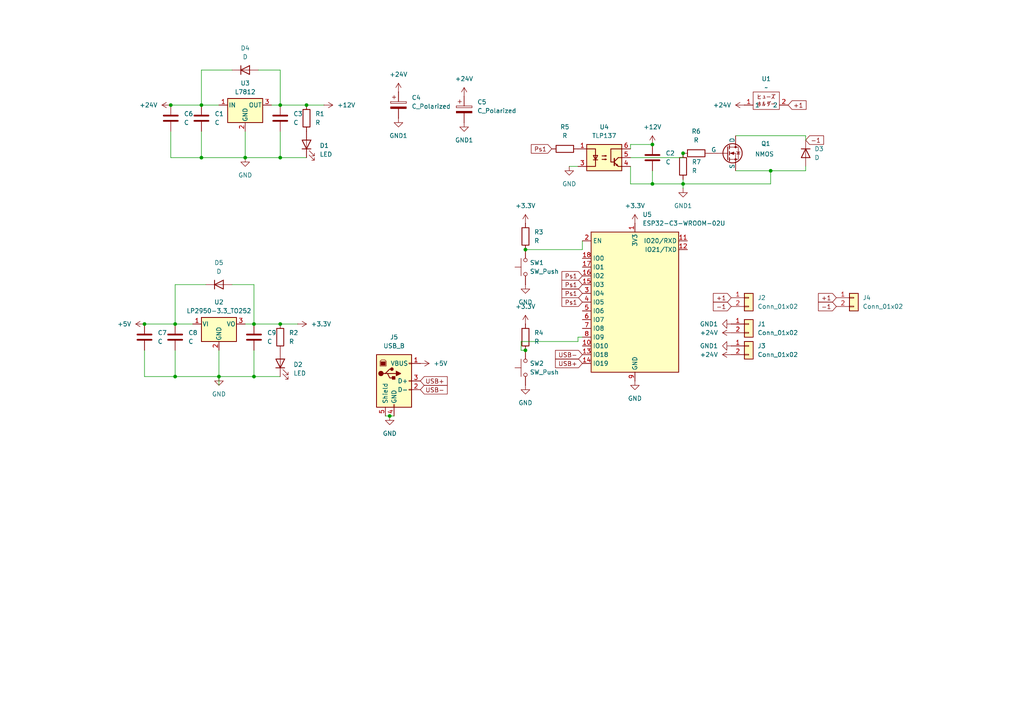
<source format=kicad_sch>
(kicad_sch
	(version 20231120)
	(generator "eeschema")
	(generator_version "8.0")
	(uuid "63927652-6792-4213-ab7d-e9c5ca931974")
	(paper "A4")
	(lib_symbols
		(symbol "Connector:USB_B"
			(pin_names
				(offset 1.016)
			)
			(exclude_from_sim no)
			(in_bom yes)
			(on_board yes)
			(property "Reference" "J"
				(at -5.08 11.43 0)
				(effects
					(font
						(size 1.27 1.27)
					)
					(justify left)
				)
			)
			(property "Value" "USB_B"
				(at -5.08 8.89 0)
				(effects
					(font
						(size 1.27 1.27)
					)
					(justify left)
				)
			)
			(property "Footprint" ""
				(at 3.81 -1.27 0)
				(effects
					(font
						(size 1.27 1.27)
					)
					(hide yes)
				)
			)
			(property "Datasheet" "~"
				(at 3.81 -1.27 0)
				(effects
					(font
						(size 1.27 1.27)
					)
					(hide yes)
				)
			)
			(property "Description" "USB Type B connector"
				(at 0 0 0)
				(effects
					(font
						(size 1.27 1.27)
					)
					(hide yes)
				)
			)
			(property "ki_keywords" "connector USB"
				(at 0 0 0)
				(effects
					(font
						(size 1.27 1.27)
					)
					(hide yes)
				)
			)
			(property "ki_fp_filters" "USB*"
				(at 0 0 0)
				(effects
					(font
						(size 1.27 1.27)
					)
					(hide yes)
				)
			)
			(symbol "USB_B_0_1"
				(rectangle
					(start -5.08 -7.62)
					(end 5.08 7.62)
					(stroke
						(width 0.254)
						(type default)
					)
					(fill
						(type background)
					)
				)
				(circle
					(center -3.81 2.159)
					(radius 0.635)
					(stroke
						(width 0.254)
						(type default)
					)
					(fill
						(type outline)
					)
				)
				(rectangle
					(start -3.81 5.588)
					(end -2.54 4.572)
					(stroke
						(width 0)
						(type default)
					)
					(fill
						(type outline)
					)
				)
				(circle
					(center -0.635 3.429)
					(radius 0.381)
					(stroke
						(width 0.254)
						(type default)
					)
					(fill
						(type outline)
					)
				)
				(rectangle
					(start -0.127 -7.62)
					(end 0.127 -6.858)
					(stroke
						(width 0)
						(type default)
					)
					(fill
						(type none)
					)
				)
				(polyline
					(pts
						(xy -1.905 2.159) (xy 0.635 2.159)
					)
					(stroke
						(width 0.254)
						(type default)
					)
					(fill
						(type none)
					)
				)
				(polyline
					(pts
						(xy -3.175 2.159) (xy -2.54 2.159) (xy -1.27 3.429) (xy -0.635 3.429)
					)
					(stroke
						(width 0.254)
						(type default)
					)
					(fill
						(type none)
					)
				)
				(polyline
					(pts
						(xy -2.54 2.159) (xy -1.905 2.159) (xy -1.27 0.889) (xy 0 0.889)
					)
					(stroke
						(width 0.254)
						(type default)
					)
					(fill
						(type none)
					)
				)
				(polyline
					(pts
						(xy 0.635 2.794) (xy 0.635 1.524) (xy 1.905 2.159) (xy 0.635 2.794)
					)
					(stroke
						(width 0.254)
						(type default)
					)
					(fill
						(type outline)
					)
				)
				(polyline
					(pts
						(xy -4.064 4.318) (xy -2.286 4.318) (xy -2.286 5.715) (xy -2.667 6.096) (xy -3.683 6.096) (xy -4.064 5.715)
						(xy -4.064 4.318)
					)
					(stroke
						(width 0)
						(type default)
					)
					(fill
						(type none)
					)
				)
				(rectangle
					(start 0.254 1.27)
					(end -0.508 0.508)
					(stroke
						(width 0.254)
						(type default)
					)
					(fill
						(type outline)
					)
				)
				(rectangle
					(start 5.08 -2.667)
					(end 4.318 -2.413)
					(stroke
						(width 0)
						(type default)
					)
					(fill
						(type none)
					)
				)
				(rectangle
					(start 5.08 -0.127)
					(end 4.318 0.127)
					(stroke
						(width 0)
						(type default)
					)
					(fill
						(type none)
					)
				)
				(rectangle
					(start 5.08 4.953)
					(end 4.318 5.207)
					(stroke
						(width 0)
						(type default)
					)
					(fill
						(type none)
					)
				)
			)
			(symbol "USB_B_1_1"
				(pin power_out line
					(at 7.62 5.08 180)
					(length 2.54)
					(name "VBUS"
						(effects
							(font
								(size 1.27 1.27)
							)
						)
					)
					(number "1"
						(effects
							(font
								(size 1.27 1.27)
							)
						)
					)
				)
				(pin bidirectional line
					(at 7.62 -2.54 180)
					(length 2.54)
					(name "D-"
						(effects
							(font
								(size 1.27 1.27)
							)
						)
					)
					(number "2"
						(effects
							(font
								(size 1.27 1.27)
							)
						)
					)
				)
				(pin bidirectional line
					(at 7.62 0 180)
					(length 2.54)
					(name "D+"
						(effects
							(font
								(size 1.27 1.27)
							)
						)
					)
					(number "3"
						(effects
							(font
								(size 1.27 1.27)
							)
						)
					)
				)
				(pin power_out line
					(at 0 -10.16 90)
					(length 2.54)
					(name "GND"
						(effects
							(font
								(size 1.27 1.27)
							)
						)
					)
					(number "4"
						(effects
							(font
								(size 1.27 1.27)
							)
						)
					)
				)
				(pin passive line
					(at -2.54 -10.16 90)
					(length 2.54)
					(name "Shield"
						(effects
							(font
								(size 1.27 1.27)
							)
						)
					)
					(number "5"
						(effects
							(font
								(size 1.27 1.27)
							)
						)
					)
				)
			)
		)
		(symbol "Connector_Generic:Conn_01x02"
			(pin_names
				(offset 1.016) hide)
			(exclude_from_sim no)
			(in_bom yes)
			(on_board yes)
			(property "Reference" "J"
				(at 0 2.54 0)
				(effects
					(font
						(size 1.27 1.27)
					)
				)
			)
			(property "Value" "Conn_01x02"
				(at 0 -5.08 0)
				(effects
					(font
						(size 1.27 1.27)
					)
				)
			)
			(property "Footprint" ""
				(at 0 0 0)
				(effects
					(font
						(size 1.27 1.27)
					)
					(hide yes)
				)
			)
			(property "Datasheet" "~"
				(at 0 0 0)
				(effects
					(font
						(size 1.27 1.27)
					)
					(hide yes)
				)
			)
			(property "Description" "Generic connector, single row, 01x02, script generated (kicad-library-utils/schlib/autogen/connector/)"
				(at 0 0 0)
				(effects
					(font
						(size 1.27 1.27)
					)
					(hide yes)
				)
			)
			(property "ki_keywords" "connector"
				(at 0 0 0)
				(effects
					(font
						(size 1.27 1.27)
					)
					(hide yes)
				)
			)
			(property "ki_fp_filters" "Connector*:*_1x??_*"
				(at 0 0 0)
				(effects
					(font
						(size 1.27 1.27)
					)
					(hide yes)
				)
			)
			(symbol "Conn_01x02_1_1"
				(rectangle
					(start -1.27 -2.413)
					(end 0 -2.667)
					(stroke
						(width 0.1524)
						(type default)
					)
					(fill
						(type none)
					)
				)
				(rectangle
					(start -1.27 0.127)
					(end 0 -0.127)
					(stroke
						(width 0.1524)
						(type default)
					)
					(fill
						(type none)
					)
				)
				(rectangle
					(start -1.27 1.27)
					(end 1.27 -3.81)
					(stroke
						(width 0.254)
						(type default)
					)
					(fill
						(type background)
					)
				)
				(pin passive line
					(at -5.08 0 0)
					(length 3.81)
					(name "Pin_1"
						(effects
							(font
								(size 1.27 1.27)
							)
						)
					)
					(number "1"
						(effects
							(font
								(size 1.27 1.27)
							)
						)
					)
				)
				(pin passive line
					(at -5.08 -2.54 0)
					(length 3.81)
					(name "Pin_2"
						(effects
							(font
								(size 1.27 1.27)
							)
						)
					)
					(number "2"
						(effects
							(font
								(size 1.27 1.27)
							)
						)
					)
				)
			)
		)
		(symbol "Device:C"
			(pin_numbers hide)
			(pin_names
				(offset 0.254)
			)
			(exclude_from_sim no)
			(in_bom yes)
			(on_board yes)
			(property "Reference" "C"
				(at 0.635 2.54 0)
				(effects
					(font
						(size 1.27 1.27)
					)
					(justify left)
				)
			)
			(property "Value" "C"
				(at 0.635 -2.54 0)
				(effects
					(font
						(size 1.27 1.27)
					)
					(justify left)
				)
			)
			(property "Footprint" ""
				(at 0.9652 -3.81 0)
				(effects
					(font
						(size 1.27 1.27)
					)
					(hide yes)
				)
			)
			(property "Datasheet" "~"
				(at 0 0 0)
				(effects
					(font
						(size 1.27 1.27)
					)
					(hide yes)
				)
			)
			(property "Description" "Unpolarized capacitor"
				(at 0 0 0)
				(effects
					(font
						(size 1.27 1.27)
					)
					(hide yes)
				)
			)
			(property "ki_keywords" "cap capacitor"
				(at 0 0 0)
				(effects
					(font
						(size 1.27 1.27)
					)
					(hide yes)
				)
			)
			(property "ki_fp_filters" "C_*"
				(at 0 0 0)
				(effects
					(font
						(size 1.27 1.27)
					)
					(hide yes)
				)
			)
			(symbol "C_0_1"
				(polyline
					(pts
						(xy -2.032 -0.762) (xy 2.032 -0.762)
					)
					(stroke
						(width 0.508)
						(type default)
					)
					(fill
						(type none)
					)
				)
				(polyline
					(pts
						(xy -2.032 0.762) (xy 2.032 0.762)
					)
					(stroke
						(width 0.508)
						(type default)
					)
					(fill
						(type none)
					)
				)
			)
			(symbol "C_1_1"
				(pin passive line
					(at 0 3.81 270)
					(length 2.794)
					(name "~"
						(effects
							(font
								(size 1.27 1.27)
							)
						)
					)
					(number "1"
						(effects
							(font
								(size 1.27 1.27)
							)
						)
					)
				)
				(pin passive line
					(at 0 -3.81 90)
					(length 2.794)
					(name "~"
						(effects
							(font
								(size 1.27 1.27)
							)
						)
					)
					(number "2"
						(effects
							(font
								(size 1.27 1.27)
							)
						)
					)
				)
			)
		)
		(symbol "Device:C_Polarized"
			(pin_numbers hide)
			(pin_names
				(offset 0.254)
			)
			(exclude_from_sim no)
			(in_bom yes)
			(on_board yes)
			(property "Reference" "C"
				(at 0.635 2.54 0)
				(effects
					(font
						(size 1.27 1.27)
					)
					(justify left)
				)
			)
			(property "Value" "C_Polarized"
				(at 0.635 -2.54 0)
				(effects
					(font
						(size 1.27 1.27)
					)
					(justify left)
				)
			)
			(property "Footprint" ""
				(at 0.9652 -3.81 0)
				(effects
					(font
						(size 1.27 1.27)
					)
					(hide yes)
				)
			)
			(property "Datasheet" "~"
				(at 0 0 0)
				(effects
					(font
						(size 1.27 1.27)
					)
					(hide yes)
				)
			)
			(property "Description" "Polarized capacitor"
				(at 0 0 0)
				(effects
					(font
						(size 1.27 1.27)
					)
					(hide yes)
				)
			)
			(property "ki_keywords" "cap capacitor"
				(at 0 0 0)
				(effects
					(font
						(size 1.27 1.27)
					)
					(hide yes)
				)
			)
			(property "ki_fp_filters" "CP_*"
				(at 0 0 0)
				(effects
					(font
						(size 1.27 1.27)
					)
					(hide yes)
				)
			)
			(symbol "C_Polarized_0_1"
				(rectangle
					(start -2.286 0.508)
					(end 2.286 1.016)
					(stroke
						(width 0)
						(type default)
					)
					(fill
						(type none)
					)
				)
				(polyline
					(pts
						(xy -1.778 2.286) (xy -0.762 2.286)
					)
					(stroke
						(width 0)
						(type default)
					)
					(fill
						(type none)
					)
				)
				(polyline
					(pts
						(xy -1.27 2.794) (xy -1.27 1.778)
					)
					(stroke
						(width 0)
						(type default)
					)
					(fill
						(type none)
					)
				)
				(rectangle
					(start 2.286 -0.508)
					(end -2.286 -1.016)
					(stroke
						(width 0)
						(type default)
					)
					(fill
						(type outline)
					)
				)
			)
			(symbol "C_Polarized_1_1"
				(pin passive line
					(at 0 3.81 270)
					(length 2.794)
					(name "~"
						(effects
							(font
								(size 1.27 1.27)
							)
						)
					)
					(number "1"
						(effects
							(font
								(size 1.27 1.27)
							)
						)
					)
				)
				(pin passive line
					(at 0 -3.81 90)
					(length 2.794)
					(name "~"
						(effects
							(font
								(size 1.27 1.27)
							)
						)
					)
					(number "2"
						(effects
							(font
								(size 1.27 1.27)
							)
						)
					)
				)
			)
		)
		(symbol "Device:D"
			(pin_numbers hide)
			(pin_names
				(offset 1.016) hide)
			(exclude_from_sim no)
			(in_bom yes)
			(on_board yes)
			(property "Reference" "D"
				(at 0 2.54 0)
				(effects
					(font
						(size 1.27 1.27)
					)
				)
			)
			(property "Value" "D"
				(at 0 -2.54 0)
				(effects
					(font
						(size 1.27 1.27)
					)
				)
			)
			(property "Footprint" ""
				(at 0 0 0)
				(effects
					(font
						(size 1.27 1.27)
					)
					(hide yes)
				)
			)
			(property "Datasheet" "~"
				(at 0 0 0)
				(effects
					(font
						(size 1.27 1.27)
					)
					(hide yes)
				)
			)
			(property "Description" "Diode"
				(at 0 0 0)
				(effects
					(font
						(size 1.27 1.27)
					)
					(hide yes)
				)
			)
			(property "Sim.Device" "D"
				(at 0 0 0)
				(effects
					(font
						(size 1.27 1.27)
					)
					(hide yes)
				)
			)
			(property "Sim.Pins" "1=K 2=A"
				(at 0 0 0)
				(effects
					(font
						(size 1.27 1.27)
					)
					(hide yes)
				)
			)
			(property "ki_keywords" "diode"
				(at 0 0 0)
				(effects
					(font
						(size 1.27 1.27)
					)
					(hide yes)
				)
			)
			(property "ki_fp_filters" "TO-???* *_Diode_* *SingleDiode* D_*"
				(at 0 0 0)
				(effects
					(font
						(size 1.27 1.27)
					)
					(hide yes)
				)
			)
			(symbol "D_0_1"
				(polyline
					(pts
						(xy -1.27 1.27) (xy -1.27 -1.27)
					)
					(stroke
						(width 0.254)
						(type default)
					)
					(fill
						(type none)
					)
				)
				(polyline
					(pts
						(xy 1.27 0) (xy -1.27 0)
					)
					(stroke
						(width 0)
						(type default)
					)
					(fill
						(type none)
					)
				)
				(polyline
					(pts
						(xy 1.27 1.27) (xy 1.27 -1.27) (xy -1.27 0) (xy 1.27 1.27)
					)
					(stroke
						(width 0.254)
						(type default)
					)
					(fill
						(type none)
					)
				)
			)
			(symbol "D_1_1"
				(pin passive line
					(at -3.81 0 0)
					(length 2.54)
					(name "K"
						(effects
							(font
								(size 1.27 1.27)
							)
						)
					)
					(number "1"
						(effects
							(font
								(size 1.27 1.27)
							)
						)
					)
				)
				(pin passive line
					(at 3.81 0 180)
					(length 2.54)
					(name "A"
						(effects
							(font
								(size 1.27 1.27)
							)
						)
					)
					(number "2"
						(effects
							(font
								(size 1.27 1.27)
							)
						)
					)
				)
			)
		)
		(symbol "Device:LED"
			(pin_numbers hide)
			(pin_names
				(offset 1.016) hide)
			(exclude_from_sim no)
			(in_bom yes)
			(on_board yes)
			(property "Reference" "D"
				(at 0 2.54 0)
				(effects
					(font
						(size 1.27 1.27)
					)
				)
			)
			(property "Value" "LED"
				(at 0 -2.54 0)
				(effects
					(font
						(size 1.27 1.27)
					)
				)
			)
			(property "Footprint" ""
				(at 0 0 0)
				(effects
					(font
						(size 1.27 1.27)
					)
					(hide yes)
				)
			)
			(property "Datasheet" "~"
				(at 0 0 0)
				(effects
					(font
						(size 1.27 1.27)
					)
					(hide yes)
				)
			)
			(property "Description" "Light emitting diode"
				(at 0 0 0)
				(effects
					(font
						(size 1.27 1.27)
					)
					(hide yes)
				)
			)
			(property "ki_keywords" "LED diode"
				(at 0 0 0)
				(effects
					(font
						(size 1.27 1.27)
					)
					(hide yes)
				)
			)
			(property "ki_fp_filters" "LED* LED_SMD:* LED_THT:*"
				(at 0 0 0)
				(effects
					(font
						(size 1.27 1.27)
					)
					(hide yes)
				)
			)
			(symbol "LED_0_1"
				(polyline
					(pts
						(xy -1.27 -1.27) (xy -1.27 1.27)
					)
					(stroke
						(width 0.254)
						(type default)
					)
					(fill
						(type none)
					)
				)
				(polyline
					(pts
						(xy -1.27 0) (xy 1.27 0)
					)
					(stroke
						(width 0)
						(type default)
					)
					(fill
						(type none)
					)
				)
				(polyline
					(pts
						(xy 1.27 -1.27) (xy 1.27 1.27) (xy -1.27 0) (xy 1.27 -1.27)
					)
					(stroke
						(width 0.254)
						(type default)
					)
					(fill
						(type none)
					)
				)
				(polyline
					(pts
						(xy -3.048 -0.762) (xy -4.572 -2.286) (xy -3.81 -2.286) (xy -4.572 -2.286) (xy -4.572 -1.524)
					)
					(stroke
						(width 0)
						(type default)
					)
					(fill
						(type none)
					)
				)
				(polyline
					(pts
						(xy -1.778 -0.762) (xy -3.302 -2.286) (xy -2.54 -2.286) (xy -3.302 -2.286) (xy -3.302 -1.524)
					)
					(stroke
						(width 0)
						(type default)
					)
					(fill
						(type none)
					)
				)
			)
			(symbol "LED_1_1"
				(pin passive line
					(at -3.81 0 0)
					(length 2.54)
					(name "K"
						(effects
							(font
								(size 1.27 1.27)
							)
						)
					)
					(number "1"
						(effects
							(font
								(size 1.27 1.27)
							)
						)
					)
				)
				(pin passive line
					(at 3.81 0 180)
					(length 2.54)
					(name "A"
						(effects
							(font
								(size 1.27 1.27)
							)
						)
					)
					(number "2"
						(effects
							(font
								(size 1.27 1.27)
							)
						)
					)
				)
			)
		)
		(symbol "Device:R"
			(pin_numbers hide)
			(pin_names
				(offset 0)
			)
			(exclude_from_sim no)
			(in_bom yes)
			(on_board yes)
			(property "Reference" "R"
				(at 2.032 0 90)
				(effects
					(font
						(size 1.27 1.27)
					)
				)
			)
			(property "Value" "R"
				(at 0 0 90)
				(effects
					(font
						(size 1.27 1.27)
					)
				)
			)
			(property "Footprint" ""
				(at -1.778 0 90)
				(effects
					(font
						(size 1.27 1.27)
					)
					(hide yes)
				)
			)
			(property "Datasheet" "~"
				(at 0 0 0)
				(effects
					(font
						(size 1.27 1.27)
					)
					(hide yes)
				)
			)
			(property "Description" "Resistor"
				(at 0 0 0)
				(effects
					(font
						(size 1.27 1.27)
					)
					(hide yes)
				)
			)
			(property "ki_keywords" "R res resistor"
				(at 0 0 0)
				(effects
					(font
						(size 1.27 1.27)
					)
					(hide yes)
				)
			)
			(property "ki_fp_filters" "R_*"
				(at 0 0 0)
				(effects
					(font
						(size 1.27 1.27)
					)
					(hide yes)
				)
			)
			(symbol "R_0_1"
				(rectangle
					(start -1.016 -2.54)
					(end 1.016 2.54)
					(stroke
						(width 0.254)
						(type default)
					)
					(fill
						(type none)
					)
				)
			)
			(symbol "R_1_1"
				(pin passive line
					(at 0 3.81 270)
					(length 1.27)
					(name "~"
						(effects
							(font
								(size 1.27 1.27)
							)
						)
					)
					(number "1"
						(effects
							(font
								(size 1.27 1.27)
							)
						)
					)
				)
				(pin passive line
					(at 0 -3.81 90)
					(length 1.27)
					(name "~"
						(effects
							(font
								(size 1.27 1.27)
							)
						)
					)
					(number "2"
						(effects
							(font
								(size 1.27 1.27)
							)
						)
					)
				)
			)
		)
		(symbol "Isolator:TLP137"
			(pin_names
				(offset 1.016)
			)
			(exclude_from_sim no)
			(in_bom yes)
			(on_board yes)
			(property "Reference" "U"
				(at -5.08 4.953 0)
				(effects
					(font
						(size 1.27 1.27)
					)
					(justify left)
				)
			)
			(property "Value" "TLP137"
				(at -5.08 -5.08 0)
				(effects
					(font
						(size 1.27 1.27)
					)
					(justify left)
				)
			)
			(property "Footprint" "Package_SO:MFSOP6-5_4.4x3.6mm_P1.27mm"
				(at 0 -7.62 0)
				(effects
					(font
						(size 1.27 1.27)
						(italic yes)
					)
					(hide yes)
				)
			)
			(property "Datasheet" "https://toshiba.semicon-storage.com/info/docget.jsp?did=16744&prodName=TLP137"
				(at 0 0 0)
				(effects
					(font
						(size 1.27 1.27)
					)
					(justify left)
					(hide yes)
				)
			)
			(property "Description" "DC Optocoupler Base Connected, Vce 80V, CTR 100-200%, MFSOP6"
				(at 0 0 0)
				(effects
					(font
						(size 1.27 1.27)
					)
					(hide yes)
				)
			)
			(property "ki_keywords" "NPN DC Optocoupler Base Connected"
				(at 0 0 0)
				(effects
					(font
						(size 1.27 1.27)
					)
					(hide yes)
				)
			)
			(property "ki_fp_filters" "MFSOP6*4.4x3.6mm*P1.27mm*"
				(at 0 0 0)
				(effects
					(font
						(size 1.27 1.27)
					)
					(hide yes)
				)
			)
			(symbol "TLP137_0_1"
				(rectangle
					(start -5.08 3.81)
					(end 5.08 -3.81)
					(stroke
						(width 0.254)
						(type default)
					)
					(fill
						(type background)
					)
				)
				(polyline
					(pts
						(xy -3.175 -0.635) (xy -1.905 -0.635)
					)
					(stroke
						(width 0.254)
						(type default)
					)
					(fill
						(type none)
					)
				)
				(polyline
					(pts
						(xy 2.921 -1.397) (xy 4.064 -2.54)
					)
					(stroke
						(width 0.254)
						(type default)
					)
					(fill
						(type none)
					)
				)
				(polyline
					(pts
						(xy 2.921 -1.143) (xy 4.064 0)
					)
					(stroke
						(width 0.254)
						(type default)
					)
					(fill
						(type none)
					)
				)
				(polyline
					(pts
						(xy 4.064 -2.54) (xy 5.08 -2.54)
					)
					(stroke
						(width 0.254)
						(type default)
					)
					(fill
						(type none)
					)
				)
				(polyline
					(pts
						(xy 5.08 0) (xy 4.064 0)
					)
					(stroke
						(width 0.254)
						(type default)
					)
					(fill
						(type none)
					)
				)
				(polyline
					(pts
						(xy 2.921 -0.254) (xy 2.921 -2.286) (xy 2.921 -2.286)
					)
					(stroke
						(width 0.3556)
						(type default)
					)
					(fill
						(type none)
					)
				)
				(polyline
					(pts
						(xy -5.08 -2.54) (xy -2.54 -2.54) (xy -2.54 2.54) (xy -5.08 2.54)
					)
					(stroke
						(width 0.254)
						(type default)
					)
					(fill
						(type none)
					)
				)
				(polyline
					(pts
						(xy -2.54 -0.635) (xy -3.175 0.635) (xy -1.905 0.635) (xy -2.54 -0.635)
					)
					(stroke
						(width 0.254)
						(type default)
					)
					(fill
						(type none)
					)
				)
				(polyline
					(pts
						(xy 2.921 -1.27) (xy 1.905 -1.27) (xy 1.905 2.54) (xy 5.08 2.54)
					)
					(stroke
						(width 0.254)
						(type default)
					)
					(fill
						(type none)
					)
				)
				(polyline
					(pts
						(xy 3.937 -2.413) (xy 3.683 -1.905) (xy 3.429 -2.159) (xy 3.937 -2.413)
					)
					(stroke
						(width 0.254)
						(type default)
					)
					(fill
						(type none)
					)
				)
				(polyline
					(pts
						(xy -0.635 -0.508) (xy 0.635 -0.508) (xy 0.254 -0.635) (xy 0.254 -0.381) (xy 0.635 -0.508)
					)
					(stroke
						(width 0.254)
						(type default)
					)
					(fill
						(type none)
					)
				)
				(polyline
					(pts
						(xy -0.635 0.508) (xy 0.635 0.508) (xy 0.254 0.381) (xy 0.254 0.635) (xy 0.635 0.508)
					)
					(stroke
						(width 0.254)
						(type default)
					)
					(fill
						(type none)
					)
				)
			)
			(symbol "TLP137_1_1"
				(pin passive line
					(at -7.62 2.54 0)
					(length 2.54)
					(name "~"
						(effects
							(font
								(size 1.27 1.27)
							)
						)
					)
					(number "1"
						(effects
							(font
								(size 1.27 1.27)
							)
						)
					)
				)
				(pin passive line
					(at -7.62 -2.54 0)
					(length 2.54)
					(name "~"
						(effects
							(font
								(size 1.27 1.27)
							)
						)
					)
					(number "3"
						(effects
							(font
								(size 1.27 1.27)
							)
						)
					)
				)
				(pin passive line
					(at 7.62 -2.54 180)
					(length 2.54)
					(name "~"
						(effects
							(font
								(size 1.27 1.27)
							)
						)
					)
					(number "4"
						(effects
							(font
								(size 1.27 1.27)
							)
						)
					)
				)
				(pin open_collector line
					(at 7.62 0 180)
					(length 2.54)
					(name "~"
						(effects
							(font
								(size 1.27 1.27)
							)
						)
					)
					(number "5"
						(effects
							(font
								(size 1.27 1.27)
							)
						)
					)
				)
				(pin passive line
					(at 7.62 2.54 180)
					(length 2.54)
					(name "~"
						(effects
							(font
								(size 1.27 1.27)
							)
						)
					)
					(number "6"
						(effects
							(font
								(size 1.27 1.27)
							)
						)
					)
				)
			)
		)
		(symbol "My_Library:XS-506A"
			(exclude_from_sim no)
			(in_bom yes)
			(on_board yes)
			(property "Reference" "U"
				(at 0 0 0)
				(effects
					(font
						(size 1.27 1.27)
					)
				)
			)
			(property "Value" ""
				(at 0 0 0)
				(effects
					(font
						(size 1.27 1.27)
					)
				)
			)
			(property "Footprint" ""
				(at 0 0 0)
				(effects
					(font
						(size 1.27 1.27)
					)
					(hide yes)
				)
			)
			(property "Datasheet" ""
				(at 0 0 0)
				(effects
					(font
						(size 1.27 1.27)
					)
					(hide yes)
				)
			)
			(property "Description" ""
				(at 0 0 0)
				(effects
					(font
						(size 1.27 1.27)
					)
					(hide yes)
				)
			)
			(symbol "XS-506A_0_1"
				(rectangle
					(start -3.81 -1.27)
					(end 3.81 -6.35)
					(stroke
						(width 0)
						(type default)
					)
					(fill
						(type none)
					)
				)
			)
			(symbol "XS-506A_1_1"
				(text "ヒューズ\nホルダー\n"
					(at 0 -3.81 0)
					(effects
						(font
							(size 1.27 1.27)
						)
					)
				)
				(pin input line
					(at -6.35 -5.08 0)
					(length 2.54)
					(name "1"
						(effects
							(font
								(size 1.27 1.27)
							)
						)
					)
					(number "1"
						(effects
							(font
								(size 1.27 1.27)
							)
						)
					)
				)
				(pin input line
					(at 6.35 -5.08 180)
					(length 2.54)
					(name "2"
						(effects
							(font
								(size 1.27 1.27)
							)
						)
					)
					(number "2"
						(effects
							(font
								(size 1.27 1.27)
							)
						)
					)
				)
			)
		)
		(symbol "RF_Module:ESP32-C3-WROOM-02U"
			(exclude_from_sim no)
			(in_bom yes)
			(on_board yes)
			(property "Reference" "U"
				(at -12.192 21.336 0)
				(effects
					(font
						(size 1.27 1.27)
					)
				)
			)
			(property "Value" "ESP32-C3-WROOM-02U"
				(at 12.7 21.336 0)
				(effects
					(font
						(size 1.27 1.27)
					)
				)
			)
			(property "Footprint" "RF_Module:ESP32-C3-WROOM-02U"
				(at 0 -0.635 0)
				(effects
					(font
						(size 1.27 1.27)
					)
					(hide yes)
				)
			)
			(property "Datasheet" "https://www.espressif.com/sites/default/files/documentation/esp32-c3-wroom-02_datasheet_en.pdf"
				(at 0 -0.635 0)
				(effects
					(font
						(size 1.27 1.27)
					)
					(hide yes)
				)
			)
			(property "Description" "802.11 b/g/n Wi­Fi and Bluetooth 5 module, ESP32­C3 SoC, RISC­V microprocessor, On-board antenna"
				(at 0 -0.635 0)
				(effects
					(font
						(size 1.27 1.27)
					)
					(hide yes)
				)
			)
			(property "ki_keywords" "esp32 espressif WiFi Bluetooth LE"
				(at 0 0 0)
				(effects
					(font
						(size 1.27 1.27)
					)
					(hide yes)
				)
			)
			(property "ki_fp_filters" "ESP32?C3*WROOM?02U*"
				(at 0 0 0)
				(effects
					(font
						(size 1.27 1.27)
					)
					(hide yes)
				)
			)
			(symbol "ESP32-C3-WROOM-02U_1_1"
				(rectangle
					(start -12.7 20.32)
					(end 12.7 -20.32)
					(stroke
						(width 0.254)
						(type default)
					)
					(fill
						(type background)
					)
				)
				(pin power_in line
					(at 0 22.86 270)
					(length 2.54)
					(name "3V3"
						(effects
							(font
								(size 1.27 1.27)
							)
						)
					)
					(number "1"
						(effects
							(font
								(size 1.27 1.27)
							)
						)
					)
				)
				(pin bidirectional line
					(at -15.24 -12.7 0)
					(length 2.54)
					(name "IO10"
						(effects
							(font
								(size 1.27 1.27)
							)
						)
					)
					(number "10"
						(effects
							(font
								(size 1.27 1.27)
							)
						)
					)
				)
				(pin bidirectional line
					(at 15.24 17.78 180)
					(length 2.54)
					(name "IO20/RXD"
						(effects
							(font
								(size 1.27 1.27)
							)
						)
					)
					(number "11"
						(effects
							(font
								(size 1.27 1.27)
							)
						)
					)
				)
				(pin bidirectional line
					(at 15.24 15.24 180)
					(length 2.54)
					(name "IO21/TXD"
						(effects
							(font
								(size 1.27 1.27)
							)
						)
					)
					(number "12"
						(effects
							(font
								(size 1.27 1.27)
							)
						)
					)
				)
				(pin bidirectional line
					(at -15.24 -15.24 0)
					(length 2.54)
					(name "IO18"
						(effects
							(font
								(size 1.27 1.27)
							)
						)
					)
					(number "13"
						(effects
							(font
								(size 1.27 1.27)
							)
						)
					)
				)
				(pin bidirectional line
					(at -15.24 -17.78 0)
					(length 2.54)
					(name "IO19"
						(effects
							(font
								(size 1.27 1.27)
							)
						)
					)
					(number "14"
						(effects
							(font
								(size 1.27 1.27)
							)
						)
					)
				)
				(pin bidirectional line
					(at -15.24 5.08 0)
					(length 2.54)
					(name "IO3"
						(effects
							(font
								(size 1.27 1.27)
							)
						)
					)
					(number "15"
						(effects
							(font
								(size 1.27 1.27)
							)
						)
					)
				)
				(pin bidirectional line
					(at -15.24 7.62 0)
					(length 2.54)
					(name "IO2"
						(effects
							(font
								(size 1.27 1.27)
							)
						)
					)
					(number "16"
						(effects
							(font
								(size 1.27 1.27)
							)
						)
					)
				)
				(pin bidirectional line
					(at -15.24 10.16 0)
					(length 2.54)
					(name "IO1"
						(effects
							(font
								(size 1.27 1.27)
							)
						)
					)
					(number "17"
						(effects
							(font
								(size 1.27 1.27)
							)
						)
					)
				)
				(pin bidirectional line
					(at -15.24 12.7 0)
					(length 2.54)
					(name "IO0"
						(effects
							(font
								(size 1.27 1.27)
							)
						)
					)
					(number "18"
						(effects
							(font
								(size 1.27 1.27)
							)
						)
					)
				)
				(pin passive line
					(at 0 -22.86 90)
					(length 2.54) hide
					(name "GND"
						(effects
							(font
								(size 1.27 1.27)
							)
						)
					)
					(number "19"
						(effects
							(font
								(size 1.27 1.27)
							)
						)
					)
				)
				(pin input line
					(at -15.24 17.78 0)
					(length 2.54)
					(name "EN"
						(effects
							(font
								(size 1.27 1.27)
							)
						)
					)
					(number "2"
						(effects
							(font
								(size 1.27 1.27)
							)
						)
					)
				)
				(pin bidirectional line
					(at -15.24 2.54 0)
					(length 2.54)
					(name "IO4"
						(effects
							(font
								(size 1.27 1.27)
							)
						)
					)
					(number "3"
						(effects
							(font
								(size 1.27 1.27)
							)
						)
					)
				)
				(pin bidirectional line
					(at -15.24 0 0)
					(length 2.54)
					(name "IO5"
						(effects
							(font
								(size 1.27 1.27)
							)
						)
					)
					(number "4"
						(effects
							(font
								(size 1.27 1.27)
							)
						)
					)
				)
				(pin bidirectional line
					(at -15.24 -2.54 0)
					(length 2.54)
					(name "IO6"
						(effects
							(font
								(size 1.27 1.27)
							)
						)
					)
					(number "5"
						(effects
							(font
								(size 1.27 1.27)
							)
						)
					)
				)
				(pin bidirectional line
					(at -15.24 -5.08 0)
					(length 2.54)
					(name "IO7"
						(effects
							(font
								(size 1.27 1.27)
							)
						)
					)
					(number "6"
						(effects
							(font
								(size 1.27 1.27)
							)
						)
					)
				)
				(pin bidirectional line
					(at -15.24 -7.62 0)
					(length 2.54)
					(name "IO8"
						(effects
							(font
								(size 1.27 1.27)
							)
						)
					)
					(number "7"
						(effects
							(font
								(size 1.27 1.27)
							)
						)
					)
				)
				(pin bidirectional line
					(at -15.24 -10.16 0)
					(length 2.54)
					(name "IO9"
						(effects
							(font
								(size 1.27 1.27)
							)
						)
					)
					(number "8"
						(effects
							(font
								(size 1.27 1.27)
							)
						)
					)
				)
				(pin power_in line
					(at 0 -22.86 90)
					(length 2.54)
					(name "GND"
						(effects
							(font
								(size 1.27 1.27)
							)
						)
					)
					(number "9"
						(effects
							(font
								(size 1.27 1.27)
							)
						)
					)
				)
			)
		)
		(symbol "Regulator_Linear:L7812"
			(pin_names
				(offset 0.254)
			)
			(exclude_from_sim no)
			(in_bom yes)
			(on_board yes)
			(property "Reference" "U"
				(at -3.81 3.175 0)
				(effects
					(font
						(size 1.27 1.27)
					)
				)
			)
			(property "Value" "L7812"
				(at 0 3.175 0)
				(effects
					(font
						(size 1.27 1.27)
					)
					(justify left)
				)
			)
			(property "Footprint" ""
				(at 0.635 -3.81 0)
				(effects
					(font
						(size 1.27 1.27)
						(italic yes)
					)
					(justify left)
					(hide yes)
				)
			)
			(property "Datasheet" "http://www.st.com/content/ccc/resource/technical/document/datasheet/41/4f/b3/b0/12/d4/47/88/CD00000444.pdf/files/CD00000444.pdf/jcr:content/translations/en.CD00000444.pdf"
				(at 0 -1.27 0)
				(effects
					(font
						(size 1.27 1.27)
					)
					(hide yes)
				)
			)
			(property "Description" "Positive 1.5A 35V Linear Regulator, Fixed Output 12V, TO-220/TO-263/TO-252"
				(at 0 0 0)
				(effects
					(font
						(size 1.27 1.27)
					)
					(hide yes)
				)
			)
			(property "ki_keywords" "Voltage Regulator 1.5A Positive"
				(at 0 0 0)
				(effects
					(font
						(size 1.27 1.27)
					)
					(hide yes)
				)
			)
			(property "ki_fp_filters" "TO?252* TO?263* TO?220*"
				(at 0 0 0)
				(effects
					(font
						(size 1.27 1.27)
					)
					(hide yes)
				)
			)
			(symbol "L7812_0_1"
				(rectangle
					(start -5.08 1.905)
					(end 5.08 -5.08)
					(stroke
						(width 0.254)
						(type default)
					)
					(fill
						(type background)
					)
				)
			)
			(symbol "L7812_1_1"
				(pin power_in line
					(at -7.62 0 0)
					(length 2.54)
					(name "IN"
						(effects
							(font
								(size 1.27 1.27)
							)
						)
					)
					(number "1"
						(effects
							(font
								(size 1.27 1.27)
							)
						)
					)
				)
				(pin power_in line
					(at 0 -7.62 90)
					(length 2.54)
					(name "GND"
						(effects
							(font
								(size 1.27 1.27)
							)
						)
					)
					(number "2"
						(effects
							(font
								(size 1.27 1.27)
							)
						)
					)
				)
				(pin power_out line
					(at 7.62 0 180)
					(length 2.54)
					(name "OUT"
						(effects
							(font
								(size 1.27 1.27)
							)
						)
					)
					(number "3"
						(effects
							(font
								(size 1.27 1.27)
							)
						)
					)
				)
			)
		)
		(symbol "Regulator_Linear:LP2950-3.3_TO252"
			(pin_names
				(offset 0.254)
			)
			(exclude_from_sim no)
			(in_bom yes)
			(on_board yes)
			(property "Reference" "U"
				(at -3.81 3.175 0)
				(effects
					(font
						(size 1.27 1.27)
					)
				)
			)
			(property "Value" "LP2950-3.3_TO252"
				(at 0 3.175 0)
				(effects
					(font
						(size 1.27 1.27)
					)
					(justify left)
				)
			)
			(property "Footprint" "Package_TO_SOT_SMD:TO-252-2"
				(at 0 5.715 0)
				(effects
					(font
						(size 1.27 1.27)
						(italic yes)
					)
					(hide yes)
				)
			)
			(property "Datasheet" "http://www.ti.com/lit/ds/symlink/lp2950.pdf"
				(at 0 -1.27 0)
				(effects
					(font
						(size 1.27 1.27)
					)
					(hide yes)
				)
			)
			(property "Description" "Positive 100mA 30V Linear Micropower Voltage Regulator, Fixed Output 3.3V, TO-252"
				(at 0 0 0)
				(effects
					(font
						(size 1.27 1.27)
					)
					(hide yes)
				)
			)
			(property "ki_keywords" "Micropower Voltage Regulator 100mA Positive"
				(at 0 0 0)
				(effects
					(font
						(size 1.27 1.27)
					)
					(hide yes)
				)
			)
			(property "ki_fp_filters" "TO?252*"
				(at 0 0 0)
				(effects
					(font
						(size 1.27 1.27)
					)
					(hide yes)
				)
			)
			(symbol "LP2950-3.3_TO252_0_1"
				(rectangle
					(start -5.08 1.905)
					(end 5.08 -5.08)
					(stroke
						(width 0.254)
						(type default)
					)
					(fill
						(type background)
					)
				)
			)
			(symbol "LP2950-3.3_TO252_1_1"
				(pin power_in line
					(at -7.62 0 0)
					(length 2.54)
					(name "VI"
						(effects
							(font
								(size 1.27 1.27)
							)
						)
					)
					(number "1"
						(effects
							(font
								(size 1.27 1.27)
							)
						)
					)
				)
				(pin power_in line
					(at 0 -7.62 90)
					(length 2.54)
					(name "GND"
						(effects
							(font
								(size 1.27 1.27)
							)
						)
					)
					(number "2"
						(effects
							(font
								(size 1.27 1.27)
							)
						)
					)
				)
				(pin power_out line
					(at 7.62 0 180)
					(length 2.54)
					(name "VO"
						(effects
							(font
								(size 1.27 1.27)
							)
						)
					)
					(number "3"
						(effects
							(font
								(size 1.27 1.27)
							)
						)
					)
				)
			)
		)
		(symbol "Simulation_SPICE:NMOS"
			(pin_numbers hide)
			(pin_names
				(offset 0)
			)
			(exclude_from_sim no)
			(in_bom yes)
			(on_board yes)
			(property "Reference" "Q"
				(at 5.08 1.27 0)
				(effects
					(font
						(size 1.27 1.27)
					)
					(justify left)
				)
			)
			(property "Value" "NMOS"
				(at 5.08 -1.27 0)
				(effects
					(font
						(size 1.27 1.27)
					)
					(justify left)
				)
			)
			(property "Footprint" ""
				(at 5.08 2.54 0)
				(effects
					(font
						(size 1.27 1.27)
					)
					(hide yes)
				)
			)
			(property "Datasheet" "https://ngspice.sourceforge.io/docs/ngspice-html-manual/manual.xhtml#cha_MOSFETs"
				(at 0 -12.7 0)
				(effects
					(font
						(size 1.27 1.27)
					)
					(hide yes)
				)
			)
			(property "Description" "N-MOSFET transistor, drain/source/gate"
				(at 0 0 0)
				(effects
					(font
						(size 1.27 1.27)
					)
					(hide yes)
				)
			)
			(property "Sim.Device" "NMOS"
				(at 0 -17.145 0)
				(effects
					(font
						(size 1.27 1.27)
					)
					(hide yes)
				)
			)
			(property "Sim.Type" "VDMOS"
				(at 0 -19.05 0)
				(effects
					(font
						(size 1.27 1.27)
					)
					(hide yes)
				)
			)
			(property "Sim.Pins" "1=D 2=G 3=S"
				(at 0 -15.24 0)
				(effects
					(font
						(size 1.27 1.27)
					)
					(hide yes)
				)
			)
			(property "ki_keywords" "transistor NMOS N-MOS N-MOSFET simulation"
				(at 0 0 0)
				(effects
					(font
						(size 1.27 1.27)
					)
					(hide yes)
				)
			)
			(symbol "NMOS_0_1"
				(polyline
					(pts
						(xy 0.254 0) (xy -2.54 0)
					)
					(stroke
						(width 0)
						(type default)
					)
					(fill
						(type none)
					)
				)
				(polyline
					(pts
						(xy 0.254 1.905) (xy 0.254 -1.905)
					)
					(stroke
						(width 0.254)
						(type default)
					)
					(fill
						(type none)
					)
				)
				(polyline
					(pts
						(xy 0.762 -1.27) (xy 0.762 -2.286)
					)
					(stroke
						(width 0.254)
						(type default)
					)
					(fill
						(type none)
					)
				)
				(polyline
					(pts
						(xy 0.762 0.508) (xy 0.762 -0.508)
					)
					(stroke
						(width 0.254)
						(type default)
					)
					(fill
						(type none)
					)
				)
				(polyline
					(pts
						(xy 0.762 2.286) (xy 0.762 1.27)
					)
					(stroke
						(width 0.254)
						(type default)
					)
					(fill
						(type none)
					)
				)
				(polyline
					(pts
						(xy 2.54 2.54) (xy 2.54 1.778)
					)
					(stroke
						(width 0)
						(type default)
					)
					(fill
						(type none)
					)
				)
				(polyline
					(pts
						(xy 2.54 -2.54) (xy 2.54 0) (xy 0.762 0)
					)
					(stroke
						(width 0)
						(type default)
					)
					(fill
						(type none)
					)
				)
				(polyline
					(pts
						(xy 0.762 -1.778) (xy 3.302 -1.778) (xy 3.302 1.778) (xy 0.762 1.778)
					)
					(stroke
						(width 0)
						(type default)
					)
					(fill
						(type none)
					)
				)
				(polyline
					(pts
						(xy 1.016 0) (xy 2.032 0.381) (xy 2.032 -0.381) (xy 1.016 0)
					)
					(stroke
						(width 0)
						(type default)
					)
					(fill
						(type outline)
					)
				)
				(polyline
					(pts
						(xy 2.794 0.508) (xy 2.921 0.381) (xy 3.683 0.381) (xy 3.81 0.254)
					)
					(stroke
						(width 0)
						(type default)
					)
					(fill
						(type none)
					)
				)
				(polyline
					(pts
						(xy 3.302 0.381) (xy 2.921 -0.254) (xy 3.683 -0.254) (xy 3.302 0.381)
					)
					(stroke
						(width 0)
						(type default)
					)
					(fill
						(type none)
					)
				)
				(circle
					(center 1.651 0)
					(radius 2.794)
					(stroke
						(width 0.254)
						(type default)
					)
					(fill
						(type none)
					)
				)
				(circle
					(center 2.54 -1.778)
					(radius 0.254)
					(stroke
						(width 0)
						(type default)
					)
					(fill
						(type outline)
					)
				)
				(circle
					(center 2.54 1.778)
					(radius 0.254)
					(stroke
						(width 0)
						(type default)
					)
					(fill
						(type outline)
					)
				)
			)
			(symbol "NMOS_1_1"
				(pin passive line
					(at 2.54 5.08 270)
					(length 2.54)
					(name "D"
						(effects
							(font
								(size 1.27 1.27)
							)
						)
					)
					(number "1"
						(effects
							(font
								(size 1.27 1.27)
							)
						)
					)
				)
				(pin input line
					(at -5.08 0 0)
					(length 2.54)
					(name "G"
						(effects
							(font
								(size 1.27 1.27)
							)
						)
					)
					(number "2"
						(effects
							(font
								(size 1.27 1.27)
							)
						)
					)
				)
				(pin passive line
					(at 2.54 -5.08 90)
					(length 2.54)
					(name "S"
						(effects
							(font
								(size 1.27 1.27)
							)
						)
					)
					(number "3"
						(effects
							(font
								(size 1.27 1.27)
							)
						)
					)
				)
			)
		)
		(symbol "Switch:SW_Push"
			(pin_numbers hide)
			(pin_names
				(offset 1.016) hide)
			(exclude_from_sim no)
			(in_bom yes)
			(on_board yes)
			(property "Reference" "SW"
				(at 1.27 2.54 0)
				(effects
					(font
						(size 1.27 1.27)
					)
					(justify left)
				)
			)
			(property "Value" "SW_Push"
				(at 0 -1.524 0)
				(effects
					(font
						(size 1.27 1.27)
					)
				)
			)
			(property "Footprint" ""
				(at 0 5.08 0)
				(effects
					(font
						(size 1.27 1.27)
					)
					(hide yes)
				)
			)
			(property "Datasheet" "~"
				(at 0 5.08 0)
				(effects
					(font
						(size 1.27 1.27)
					)
					(hide yes)
				)
			)
			(property "Description" "Push button switch, generic, two pins"
				(at 0 0 0)
				(effects
					(font
						(size 1.27 1.27)
					)
					(hide yes)
				)
			)
			(property "ki_keywords" "switch normally-open pushbutton push-button"
				(at 0 0 0)
				(effects
					(font
						(size 1.27 1.27)
					)
					(hide yes)
				)
			)
			(symbol "SW_Push_0_1"
				(circle
					(center -2.032 0)
					(radius 0.508)
					(stroke
						(width 0)
						(type default)
					)
					(fill
						(type none)
					)
				)
				(polyline
					(pts
						(xy 0 1.27) (xy 0 3.048)
					)
					(stroke
						(width 0)
						(type default)
					)
					(fill
						(type none)
					)
				)
				(polyline
					(pts
						(xy 2.54 1.27) (xy -2.54 1.27)
					)
					(stroke
						(width 0)
						(type default)
					)
					(fill
						(type none)
					)
				)
				(circle
					(center 2.032 0)
					(radius 0.508)
					(stroke
						(width 0)
						(type default)
					)
					(fill
						(type none)
					)
				)
				(pin passive line
					(at -5.08 0 0)
					(length 2.54)
					(name "1"
						(effects
							(font
								(size 1.27 1.27)
							)
						)
					)
					(number "1"
						(effects
							(font
								(size 1.27 1.27)
							)
						)
					)
				)
				(pin passive line
					(at 5.08 0 180)
					(length 2.54)
					(name "2"
						(effects
							(font
								(size 1.27 1.27)
							)
						)
					)
					(number "2"
						(effects
							(font
								(size 1.27 1.27)
							)
						)
					)
				)
			)
		)
		(symbol "power:+12V"
			(power)
			(pin_numbers hide)
			(pin_names
				(offset 0) hide)
			(exclude_from_sim no)
			(in_bom yes)
			(on_board yes)
			(property "Reference" "#PWR"
				(at 0 -3.81 0)
				(effects
					(font
						(size 1.27 1.27)
					)
					(hide yes)
				)
			)
			(property "Value" "+12V"
				(at 0 3.556 0)
				(effects
					(font
						(size 1.27 1.27)
					)
				)
			)
			(property "Footprint" ""
				(at 0 0 0)
				(effects
					(font
						(size 1.27 1.27)
					)
					(hide yes)
				)
			)
			(property "Datasheet" ""
				(at 0 0 0)
				(effects
					(font
						(size 1.27 1.27)
					)
					(hide yes)
				)
			)
			(property "Description" "Power symbol creates a global label with name \"+12V\""
				(at 0 0 0)
				(effects
					(font
						(size 1.27 1.27)
					)
					(hide yes)
				)
			)
			(property "ki_keywords" "global power"
				(at 0 0 0)
				(effects
					(font
						(size 1.27 1.27)
					)
					(hide yes)
				)
			)
			(symbol "+12V_0_1"
				(polyline
					(pts
						(xy -0.762 1.27) (xy 0 2.54)
					)
					(stroke
						(width 0)
						(type default)
					)
					(fill
						(type none)
					)
				)
				(polyline
					(pts
						(xy 0 0) (xy 0 2.54)
					)
					(stroke
						(width 0)
						(type default)
					)
					(fill
						(type none)
					)
				)
				(polyline
					(pts
						(xy 0 2.54) (xy 0.762 1.27)
					)
					(stroke
						(width 0)
						(type default)
					)
					(fill
						(type none)
					)
				)
			)
			(symbol "+12V_1_1"
				(pin power_in line
					(at 0 0 90)
					(length 0)
					(name "~"
						(effects
							(font
								(size 1.27 1.27)
							)
						)
					)
					(number "1"
						(effects
							(font
								(size 1.27 1.27)
							)
						)
					)
				)
			)
		)
		(symbol "power:+24V"
			(power)
			(pin_numbers hide)
			(pin_names
				(offset 0) hide)
			(exclude_from_sim no)
			(in_bom yes)
			(on_board yes)
			(property "Reference" "#PWR"
				(at 0 -3.81 0)
				(effects
					(font
						(size 1.27 1.27)
					)
					(hide yes)
				)
			)
			(property "Value" "+24V"
				(at 0 3.556 0)
				(effects
					(font
						(size 1.27 1.27)
					)
				)
			)
			(property "Footprint" ""
				(at 0 0 0)
				(effects
					(font
						(size 1.27 1.27)
					)
					(hide yes)
				)
			)
			(property "Datasheet" ""
				(at 0 0 0)
				(effects
					(font
						(size 1.27 1.27)
					)
					(hide yes)
				)
			)
			(property "Description" "Power symbol creates a global label with name \"+24V\""
				(at 0 0 0)
				(effects
					(font
						(size 1.27 1.27)
					)
					(hide yes)
				)
			)
			(property "ki_keywords" "global power"
				(at 0 0 0)
				(effects
					(font
						(size 1.27 1.27)
					)
					(hide yes)
				)
			)
			(symbol "+24V_0_1"
				(polyline
					(pts
						(xy -0.762 1.27) (xy 0 2.54)
					)
					(stroke
						(width 0)
						(type default)
					)
					(fill
						(type none)
					)
				)
				(polyline
					(pts
						(xy 0 0) (xy 0 2.54)
					)
					(stroke
						(width 0)
						(type default)
					)
					(fill
						(type none)
					)
				)
				(polyline
					(pts
						(xy 0 2.54) (xy 0.762 1.27)
					)
					(stroke
						(width 0)
						(type default)
					)
					(fill
						(type none)
					)
				)
			)
			(symbol "+24V_1_1"
				(pin power_in line
					(at 0 0 90)
					(length 0)
					(name "~"
						(effects
							(font
								(size 1.27 1.27)
							)
						)
					)
					(number "1"
						(effects
							(font
								(size 1.27 1.27)
							)
						)
					)
				)
			)
		)
		(symbol "power:+3.3V"
			(power)
			(pin_numbers hide)
			(pin_names
				(offset 0) hide)
			(exclude_from_sim no)
			(in_bom yes)
			(on_board yes)
			(property "Reference" "#PWR"
				(at 0 -3.81 0)
				(effects
					(font
						(size 1.27 1.27)
					)
					(hide yes)
				)
			)
			(property "Value" "+3.3V"
				(at 0 3.556 0)
				(effects
					(font
						(size 1.27 1.27)
					)
				)
			)
			(property "Footprint" ""
				(at 0 0 0)
				(effects
					(font
						(size 1.27 1.27)
					)
					(hide yes)
				)
			)
			(property "Datasheet" ""
				(at 0 0 0)
				(effects
					(font
						(size 1.27 1.27)
					)
					(hide yes)
				)
			)
			(property "Description" "Power symbol creates a global label with name \"+3.3V\""
				(at 0 0 0)
				(effects
					(font
						(size 1.27 1.27)
					)
					(hide yes)
				)
			)
			(property "ki_keywords" "global power"
				(at 0 0 0)
				(effects
					(font
						(size 1.27 1.27)
					)
					(hide yes)
				)
			)
			(symbol "+3.3V_0_1"
				(polyline
					(pts
						(xy -0.762 1.27) (xy 0 2.54)
					)
					(stroke
						(width 0)
						(type default)
					)
					(fill
						(type none)
					)
				)
				(polyline
					(pts
						(xy 0 0) (xy 0 2.54)
					)
					(stroke
						(width 0)
						(type default)
					)
					(fill
						(type none)
					)
				)
				(polyline
					(pts
						(xy 0 2.54) (xy 0.762 1.27)
					)
					(stroke
						(width 0)
						(type default)
					)
					(fill
						(type none)
					)
				)
			)
			(symbol "+3.3V_1_1"
				(pin power_in line
					(at 0 0 90)
					(length 0)
					(name "~"
						(effects
							(font
								(size 1.27 1.27)
							)
						)
					)
					(number "1"
						(effects
							(font
								(size 1.27 1.27)
							)
						)
					)
				)
			)
		)
		(symbol "power:+5V"
			(power)
			(pin_numbers hide)
			(pin_names
				(offset 0) hide)
			(exclude_from_sim no)
			(in_bom yes)
			(on_board yes)
			(property "Reference" "#PWR"
				(at 0 -3.81 0)
				(effects
					(font
						(size 1.27 1.27)
					)
					(hide yes)
				)
			)
			(property "Value" "+5V"
				(at 0 3.556 0)
				(effects
					(font
						(size 1.27 1.27)
					)
				)
			)
			(property "Footprint" ""
				(at 0 0 0)
				(effects
					(font
						(size 1.27 1.27)
					)
					(hide yes)
				)
			)
			(property "Datasheet" ""
				(at 0 0 0)
				(effects
					(font
						(size 1.27 1.27)
					)
					(hide yes)
				)
			)
			(property "Description" "Power symbol creates a global label with name \"+5V\""
				(at 0 0 0)
				(effects
					(font
						(size 1.27 1.27)
					)
					(hide yes)
				)
			)
			(property "ki_keywords" "global power"
				(at 0 0 0)
				(effects
					(font
						(size 1.27 1.27)
					)
					(hide yes)
				)
			)
			(symbol "+5V_0_1"
				(polyline
					(pts
						(xy -0.762 1.27) (xy 0 2.54)
					)
					(stroke
						(width 0)
						(type default)
					)
					(fill
						(type none)
					)
				)
				(polyline
					(pts
						(xy 0 0) (xy 0 2.54)
					)
					(stroke
						(width 0)
						(type default)
					)
					(fill
						(type none)
					)
				)
				(polyline
					(pts
						(xy 0 2.54) (xy 0.762 1.27)
					)
					(stroke
						(width 0)
						(type default)
					)
					(fill
						(type none)
					)
				)
			)
			(symbol "+5V_1_1"
				(pin power_in line
					(at 0 0 90)
					(length 0)
					(name "~"
						(effects
							(font
								(size 1.27 1.27)
							)
						)
					)
					(number "1"
						(effects
							(font
								(size 1.27 1.27)
							)
						)
					)
				)
			)
		)
		(symbol "power:GND"
			(power)
			(pin_numbers hide)
			(pin_names
				(offset 0) hide)
			(exclude_from_sim no)
			(in_bom yes)
			(on_board yes)
			(property "Reference" "#PWR"
				(at 0 -6.35 0)
				(effects
					(font
						(size 1.27 1.27)
					)
					(hide yes)
				)
			)
			(property "Value" "GND"
				(at 0 -3.81 0)
				(effects
					(font
						(size 1.27 1.27)
					)
				)
			)
			(property "Footprint" ""
				(at 0 0 0)
				(effects
					(font
						(size 1.27 1.27)
					)
					(hide yes)
				)
			)
			(property "Datasheet" ""
				(at 0 0 0)
				(effects
					(font
						(size 1.27 1.27)
					)
					(hide yes)
				)
			)
			(property "Description" "Power symbol creates a global label with name \"GND\" , ground"
				(at 0 0 0)
				(effects
					(font
						(size 1.27 1.27)
					)
					(hide yes)
				)
			)
			(property "ki_keywords" "global power"
				(at 0 0 0)
				(effects
					(font
						(size 1.27 1.27)
					)
					(hide yes)
				)
			)
			(symbol "GND_0_1"
				(polyline
					(pts
						(xy 0 0) (xy 0 -1.27) (xy 1.27 -1.27) (xy 0 -2.54) (xy -1.27 -1.27) (xy 0 -1.27)
					)
					(stroke
						(width 0)
						(type default)
					)
					(fill
						(type none)
					)
				)
			)
			(symbol "GND_1_1"
				(pin power_in line
					(at 0 0 270)
					(length 0)
					(name "~"
						(effects
							(font
								(size 1.27 1.27)
							)
						)
					)
					(number "1"
						(effects
							(font
								(size 1.27 1.27)
							)
						)
					)
				)
			)
		)
		(symbol "power:GND1"
			(power)
			(pin_numbers hide)
			(pin_names
				(offset 0) hide)
			(exclude_from_sim no)
			(in_bom yes)
			(on_board yes)
			(property "Reference" "#PWR"
				(at 0 -6.35 0)
				(effects
					(font
						(size 1.27 1.27)
					)
					(hide yes)
				)
			)
			(property "Value" "GND1"
				(at 0 -3.81 0)
				(effects
					(font
						(size 1.27 1.27)
					)
				)
			)
			(property "Footprint" ""
				(at 0 0 0)
				(effects
					(font
						(size 1.27 1.27)
					)
					(hide yes)
				)
			)
			(property "Datasheet" ""
				(at 0 0 0)
				(effects
					(font
						(size 1.27 1.27)
					)
					(hide yes)
				)
			)
			(property "Description" "Power symbol creates a global label with name \"GND1\" , ground"
				(at 0 0 0)
				(effects
					(font
						(size 1.27 1.27)
					)
					(hide yes)
				)
			)
			(property "ki_keywords" "global power"
				(at 0 0 0)
				(effects
					(font
						(size 1.27 1.27)
					)
					(hide yes)
				)
			)
			(symbol "GND1_0_1"
				(polyline
					(pts
						(xy 0 0) (xy 0 -1.27) (xy 1.27 -1.27) (xy 0 -2.54) (xy -1.27 -1.27) (xy 0 -1.27)
					)
					(stroke
						(width 0)
						(type default)
					)
					(fill
						(type none)
					)
				)
			)
			(symbol "GND1_1_1"
				(pin power_in line
					(at 0 0 270)
					(length 0)
					(name "~"
						(effects
							(font
								(size 1.27 1.27)
							)
						)
					)
					(number "1"
						(effects
							(font
								(size 1.27 1.27)
							)
						)
					)
				)
			)
		)
	)
	(junction
		(at 50.8 109.22)
		(diameter 0)
		(color 0 0 0 0)
		(uuid "179d0daa-fb59-465b-a9ec-af56a0315ae2")
	)
	(junction
		(at 50.8 93.98)
		(diameter 0)
		(color 0 0 0 0)
		(uuid "185d45c7-8dfa-4c2c-ac8b-5a96a279aadb")
	)
	(junction
		(at 88.9 30.48)
		(diameter 0)
		(color 0 0 0 0)
		(uuid "1a02c197-f52c-43d4-b924-d2e8aa343ca9")
	)
	(junction
		(at 198.12 44.45)
		(diameter 0)
		(color 0 0 0 0)
		(uuid "2a149c7c-6901-460f-924d-f8be3446c5a6")
	)
	(junction
		(at 81.28 30.48)
		(diameter 0)
		(color 0 0 0 0)
		(uuid "3d6de4d0-fc9d-4193-a398-1dd9ed172c6b")
	)
	(junction
		(at 63.5 109.22)
		(diameter 0)
		(color 0 0 0 0)
		(uuid "556b81f0-f1cb-424b-b873-3e1459f02cec")
	)
	(junction
		(at 58.42 30.48)
		(diameter 0)
		(color 0 0 0 0)
		(uuid "5b3f2f99-d091-44d6-bc54-1dff5a5f1ba2")
	)
	(junction
		(at 81.28 45.72)
		(diameter 0)
		(color 0 0 0 0)
		(uuid "66b407aa-0770-48c9-a182-3b19ec5f2bb6")
	)
	(junction
		(at 189.23 41.91)
		(diameter 0)
		(color 0 0 0 0)
		(uuid "825bb507-a5b6-466d-973e-fd4b09df188c")
	)
	(junction
		(at 152.4 72.39)
		(diameter 0)
		(color 0 0 0 0)
		(uuid "83083708-a3ca-4b7d-b480-4a661a77b7c9")
	)
	(junction
		(at 189.23 53.34)
		(diameter 0)
		(color 0 0 0 0)
		(uuid "84bf7ab8-bfa1-49b7-8c5d-57909e1b3022")
	)
	(junction
		(at 71.12 45.72)
		(diameter 0)
		(color 0 0 0 0)
		(uuid "853ced4a-c2b4-4064-a48e-62de4b74a713")
	)
	(junction
		(at 113.03 120.65)
		(diameter 0)
		(color 0 0 0 0)
		(uuid "96f6d33c-df4c-4650-92e0-2edcf176efaf")
	)
	(junction
		(at 41.91 93.98)
		(diameter 0)
		(color 0 0 0 0)
		(uuid "a65216a4-0778-4b1b-8bc6-7c047f170c56")
	)
	(junction
		(at 223.52 49.53)
		(diameter 0)
		(color 0 0 0 0)
		(uuid "a6ce73ca-01d3-43e0-8051-cf9ebac6e6d5")
	)
	(junction
		(at 58.42 45.72)
		(diameter 0)
		(color 0 0 0 0)
		(uuid "b4902357-3eb7-4779-891c-e4bd4f95f3b7")
	)
	(junction
		(at 73.66 93.98)
		(diameter 0)
		(color 0 0 0 0)
		(uuid "b765c455-5f30-49d1-b51f-75e13cbf8923")
	)
	(junction
		(at 49.53 30.48)
		(diameter 0)
		(color 0 0 0 0)
		(uuid "bc95250a-eb09-4313-91b5-0d3b34dd841a")
	)
	(junction
		(at 81.28 93.98)
		(diameter 0)
		(color 0 0 0 0)
		(uuid "d7e45524-9c3e-45c8-aec1-fec45900d3bd")
	)
	(junction
		(at 152.4 101.6)
		(diameter 0)
		(color 0 0 0 0)
		(uuid "da1145ca-5832-44c9-93d6-f7904f086d0b")
	)
	(junction
		(at 73.66 109.22)
		(diameter 0)
		(color 0 0 0 0)
		(uuid "e276be51-b4e0-434a-b45c-9ccb27f3ea72")
	)
	(junction
		(at 198.12 53.34)
		(diameter 0)
		(color 0 0 0 0)
		(uuid "fecbb68c-af48-4861-8878-63843c4164b5")
	)
	(wire
		(pts
			(xy 167.64 99.06) (xy 167.64 97.79)
		)
		(stroke
			(width 0)
			(type default)
		)
		(uuid "001e17f1-c679-4a4a-b37e-fa399d8fd072")
	)
	(wire
		(pts
			(xy 198.12 53.34) (xy 198.12 52.07)
		)
		(stroke
			(width 0)
			(type default)
		)
		(uuid "0985196b-f540-4614-8acf-9183c5b2812c")
	)
	(wire
		(pts
			(xy 189.23 49.53) (xy 189.23 53.34)
		)
		(stroke
			(width 0)
			(type default)
		)
		(uuid "0d95dbf2-d5ab-4aa1-abc9-a412a9328620")
	)
	(wire
		(pts
			(xy 58.42 30.48) (xy 58.42 20.32)
		)
		(stroke
			(width 0)
			(type default)
		)
		(uuid "1035ff2b-925c-4bc3-8539-9a6cd8c048e6")
	)
	(wire
		(pts
			(xy 63.5 109.22) (xy 63.5 101.6)
		)
		(stroke
			(width 0)
			(type default)
		)
		(uuid "120f22fc-54f4-459a-b165-25f20eee46d3")
	)
	(wire
		(pts
			(xy 71.12 45.72) (xy 58.42 45.72)
		)
		(stroke
			(width 0)
			(type default)
		)
		(uuid "15971639-bfd5-4e6c-9602-3b9682cb79f1")
	)
	(wire
		(pts
			(xy 223.52 49.53) (xy 233.68 49.53)
		)
		(stroke
			(width 0)
			(type default)
		)
		(uuid "16088cf4-4584-4150-9c18-8010788aed3e")
	)
	(wire
		(pts
			(xy 63.5 109.22) (xy 73.66 109.22)
		)
		(stroke
			(width 0)
			(type default)
		)
		(uuid "1c82ed6e-673d-46c8-8f29-dffe3380f141")
	)
	(wire
		(pts
			(xy 182.88 48.26) (xy 182.88 53.34)
		)
		(stroke
			(width 0)
			(type default)
		)
		(uuid "21548a06-57dc-412d-a91d-3b158e871e1c")
	)
	(wire
		(pts
			(xy 49.53 30.48) (xy 58.42 30.48)
		)
		(stroke
			(width 0)
			(type default)
		)
		(uuid "2b23bef5-8ba1-4405-bdfa-92e1d1e41875")
	)
	(wire
		(pts
			(xy 50.8 109.22) (xy 41.91 109.22)
		)
		(stroke
			(width 0)
			(type default)
		)
		(uuid "2c50b91a-5879-45dc-8709-3520a0f955ce")
	)
	(wire
		(pts
			(xy 58.42 45.72) (xy 49.53 45.72)
		)
		(stroke
			(width 0)
			(type default)
		)
		(uuid "33ef4111-0a78-460d-b008-3da574b9f433")
	)
	(wire
		(pts
			(xy 151.13 101.6) (xy 152.4 101.6)
		)
		(stroke
			(width 0)
			(type default)
		)
		(uuid "35394d41-81d7-429e-ad27-f658fe3d00af")
	)
	(wire
		(pts
			(xy 165.1 48.26) (xy 167.64 48.26)
		)
		(stroke
			(width 0)
			(type default)
		)
		(uuid "383de507-b285-4afe-8da4-b49353917d7c")
	)
	(wire
		(pts
			(xy 198.12 45.72) (xy 198.12 44.45)
		)
		(stroke
			(width 0)
			(type default)
		)
		(uuid "3efb277d-d9c4-47fe-8f6a-77fed024a4c7")
	)
	(wire
		(pts
			(xy 58.42 20.32) (xy 67.31 20.32)
		)
		(stroke
			(width 0)
			(type default)
		)
		(uuid "401886a7-abef-4082-9992-9da3607a6d1b")
	)
	(wire
		(pts
			(xy 86.36 93.98) (xy 81.28 93.98)
		)
		(stroke
			(width 0)
			(type default)
		)
		(uuid "4119617d-8668-4798-9846-25c2b3c18f1f")
	)
	(wire
		(pts
			(xy 182.88 45.72) (xy 198.12 45.72)
		)
		(stroke
			(width 0)
			(type default)
		)
		(uuid "41279fad-31f0-4627-b961-7d9148ac1104")
	)
	(wire
		(pts
			(xy 78.74 30.48) (xy 81.28 30.48)
		)
		(stroke
			(width 0)
			(type default)
		)
		(uuid "47c9b977-d95e-4a80-b547-3f2e3ee9c989")
	)
	(wire
		(pts
			(xy 50.8 93.98) (xy 55.88 93.98)
		)
		(stroke
			(width 0)
			(type default)
		)
		(uuid "4e834b04-8026-4937-9fb9-83ea1e7dc1d0")
	)
	(wire
		(pts
			(xy 49.53 45.72) (xy 49.53 38.1)
		)
		(stroke
			(width 0)
			(type default)
		)
		(uuid "508f8592-86e6-4ce5-b695-e08ec6ea73c6")
	)
	(wire
		(pts
			(xy 73.66 101.6) (xy 73.66 109.22)
		)
		(stroke
			(width 0)
			(type default)
		)
		(uuid "50fa5e25-772a-4113-9cfa-fed9988b8d5b")
	)
	(wire
		(pts
			(xy 167.64 99.06) (xy 151.13 99.06)
		)
		(stroke
			(width 0)
			(type default)
		)
		(uuid "542f858a-c8e5-46e9-bfd8-0eb4e565893b")
	)
	(wire
		(pts
			(xy 50.8 82.55) (xy 50.8 93.98)
		)
		(stroke
			(width 0)
			(type default)
		)
		(uuid "5738d310-5674-4a6c-b017-0cd7103ca9e8")
	)
	(wire
		(pts
			(xy 223.52 53.34) (xy 223.52 49.53)
		)
		(stroke
			(width 0)
			(type default)
		)
		(uuid "57ca4bdd-c5db-4d60-b402-6820cd64e297")
	)
	(wire
		(pts
			(xy 93.98 30.48) (xy 88.9 30.48)
		)
		(stroke
			(width 0)
			(type default)
		)
		(uuid "5945924a-3ba8-48d8-b801-4644cc77ad17")
	)
	(wire
		(pts
			(xy 113.03 120.65) (xy 114.3 120.65)
		)
		(stroke
			(width 0)
			(type default)
		)
		(uuid "5e783884-54ea-4fc6-bbcf-87eac35af267")
	)
	(wire
		(pts
			(xy 41.91 109.22) (xy 41.91 101.6)
		)
		(stroke
			(width 0)
			(type default)
		)
		(uuid "5f9faacb-2d76-41e1-a30d-273ec1cbcea9")
	)
	(wire
		(pts
			(xy 168.91 72.39) (xy 168.91 69.85)
		)
		(stroke
			(width 0)
			(type default)
		)
		(uuid "722ae3d3-3fb4-40b9-9239-fe38774a3255")
	)
	(wire
		(pts
			(xy 198.12 54.61) (xy 198.12 53.34)
		)
		(stroke
			(width 0)
			(type default)
		)
		(uuid "78386109-0c01-4b57-9b4a-c3b72d6350ba")
	)
	(wire
		(pts
			(xy 81.28 38.1) (xy 81.28 45.72)
		)
		(stroke
			(width 0)
			(type default)
		)
		(uuid "7b449162-e681-4148-a475-777376ccc56f")
	)
	(wire
		(pts
			(xy 73.66 93.98) (xy 81.28 93.98)
		)
		(stroke
			(width 0)
			(type default)
		)
		(uuid "7b6077a1-2435-4a5b-bac1-c688e6962758")
	)
	(wire
		(pts
			(xy 213.36 39.37) (xy 233.68 39.37)
		)
		(stroke
			(width 0)
			(type default)
		)
		(uuid "7f884605-81f0-4d0f-8749-4dbd50ec6255")
	)
	(wire
		(pts
			(xy 182.88 53.34) (xy 189.23 53.34)
		)
		(stroke
			(width 0)
			(type default)
		)
		(uuid "88c1a40f-2df6-4d39-8678-e525f601cfc4")
	)
	(wire
		(pts
			(xy 223.52 49.53) (xy 213.36 49.53)
		)
		(stroke
			(width 0)
			(type default)
		)
		(uuid "8b3382b5-5e9e-4c64-afda-81071ecf451f")
	)
	(wire
		(pts
			(xy 182.88 41.91) (xy 189.23 41.91)
		)
		(stroke
			(width 0)
			(type default)
		)
		(uuid "8f8e232a-5179-41e4-9a32-2b2eaf23e4f2")
	)
	(wire
		(pts
			(xy 73.66 82.55) (xy 73.66 93.98)
		)
		(stroke
			(width 0)
			(type default)
		)
		(uuid "94fa3495-06bf-44e9-8d07-b7149a29f5e2")
	)
	(wire
		(pts
			(xy 233.68 39.37) (xy 233.68 40.64)
		)
		(stroke
			(width 0)
			(type default)
		)
		(uuid "99ec0362-b7a9-41f9-a9c4-eb8a13dc6034")
	)
	(wire
		(pts
			(xy 81.28 20.32) (xy 81.28 30.48)
		)
		(stroke
			(width 0)
			(type default)
		)
		(uuid "9b2e5305-f1b3-459f-96ec-334fce6c78a8")
	)
	(wire
		(pts
			(xy 88.9 45.72) (xy 81.28 45.72)
		)
		(stroke
			(width 0)
			(type default)
		)
		(uuid "9c90c468-6b1f-4b89-9a3b-ebe88270fa0a")
	)
	(wire
		(pts
			(xy 41.91 93.98) (xy 50.8 93.98)
		)
		(stroke
			(width 0)
			(type default)
		)
		(uuid "a131d9cc-f4b6-4404-827e-4093dd388ffc")
	)
	(wire
		(pts
			(xy 50.8 82.55) (xy 59.69 82.55)
		)
		(stroke
			(width 0)
			(type default)
		)
		(uuid "a53e75ef-efc2-4416-a542-936685978cc7")
	)
	(wire
		(pts
			(xy 67.31 82.55) (xy 73.66 82.55)
		)
		(stroke
			(width 0)
			(type default)
		)
		(uuid "a6ef1459-3106-4f8a-b8ea-89f0579fff3f")
	)
	(wire
		(pts
			(xy 71.12 45.72) (xy 71.12 38.1)
		)
		(stroke
			(width 0)
			(type default)
		)
		(uuid "a7582710-a109-4970-86e7-7d70bcd085e0")
	)
	(wire
		(pts
			(xy 151.13 99.06) (xy 151.13 101.6)
		)
		(stroke
			(width 0)
			(type default)
		)
		(uuid "a83d8c64-c969-4db8-bd04-f13642f973db")
	)
	(wire
		(pts
			(xy 81.28 30.48) (xy 88.9 30.48)
		)
		(stroke
			(width 0)
			(type default)
		)
		(uuid "aa7c923e-e3f2-47ae-a642-c4e0a7eecaf0")
	)
	(wire
		(pts
			(xy 63.5 111.76) (xy 63.5 109.22)
		)
		(stroke
			(width 0)
			(type default)
		)
		(uuid "afe97c2f-6705-4187-9413-9b5d47563088")
	)
	(wire
		(pts
			(xy 81.28 109.22) (xy 73.66 109.22)
		)
		(stroke
			(width 0)
			(type default)
		)
		(uuid "bf0d6ac6-01a5-4292-be9d-0d6e01ac9433")
	)
	(wire
		(pts
			(xy 198.12 53.34) (xy 223.52 53.34)
		)
		(stroke
			(width 0)
			(type default)
		)
		(uuid "c500fa7c-211f-4076-aab0-6b09671e2361")
	)
	(wire
		(pts
			(xy 50.8 109.22) (xy 63.5 109.22)
		)
		(stroke
			(width 0)
			(type default)
		)
		(uuid "c826906e-a554-4bf1-9c24-55add1de2d78")
	)
	(wire
		(pts
			(xy 182.88 43.18) (xy 182.88 41.91)
		)
		(stroke
			(width 0)
			(type default)
		)
		(uuid "cdc2a20a-6c15-4c4e-9075-128f598cd593")
	)
	(wire
		(pts
			(xy 167.64 97.79) (xy 168.91 97.79)
		)
		(stroke
			(width 0)
			(type default)
		)
		(uuid "d1abe4cd-a49b-41af-8bb2-6a9d460e2a7b")
	)
	(wire
		(pts
			(xy 58.42 45.72) (xy 58.42 38.1)
		)
		(stroke
			(width 0)
			(type default)
		)
		(uuid "d3c38687-0d41-4f46-882b-6d58fa72bf9c")
	)
	(wire
		(pts
			(xy 74.93 20.32) (xy 81.28 20.32)
		)
		(stroke
			(width 0)
			(type default)
		)
		(uuid "d7c3db9e-02ee-46c5-85e4-49d3cee109f6")
	)
	(wire
		(pts
			(xy 81.28 45.72) (xy 71.12 45.72)
		)
		(stroke
			(width 0)
			(type default)
		)
		(uuid "db4e4850-87ba-4df6-adef-42501cacc8d8")
	)
	(wire
		(pts
			(xy 111.76 120.65) (xy 113.03 120.65)
		)
		(stroke
			(width 0)
			(type default)
		)
		(uuid "e16be1fe-0611-4b50-8d8c-71c0126aec02")
	)
	(wire
		(pts
			(xy 58.42 30.48) (xy 63.5 30.48)
		)
		(stroke
			(width 0)
			(type default)
		)
		(uuid "e51db684-8c83-490e-9394-623cca332d67")
	)
	(wire
		(pts
			(xy 233.68 49.53) (xy 233.68 48.26)
		)
		(stroke
			(width 0)
			(type default)
		)
		(uuid "ed44c859-a898-484d-8a54-5f1f390c2dc2")
	)
	(wire
		(pts
			(xy 71.12 93.98) (xy 73.66 93.98)
		)
		(stroke
			(width 0)
			(type default)
		)
		(uuid "ee4eb63e-a46f-43db-94fb-d563aa549068")
	)
	(wire
		(pts
			(xy 168.91 72.39) (xy 152.4 72.39)
		)
		(stroke
			(width 0)
			(type default)
		)
		(uuid "f80fdd1a-e5a6-4665-858b-8a8ff3b9c6ee")
	)
	(wire
		(pts
			(xy 189.23 53.34) (xy 198.12 53.34)
		)
		(stroke
			(width 0)
			(type default)
		)
		(uuid "f88bfd74-a80e-4924-8c48-1de952f904a5")
	)
	(wire
		(pts
			(xy 50.8 109.22) (xy 50.8 101.6)
		)
		(stroke
			(width 0)
			(type default)
		)
		(uuid "fb0b6a21-b273-43d8-8409-f693dedc8edf")
	)
	(global_label "USB-"
		(shape input)
		(at 168.91 102.87 180)
		(fields_autoplaced yes)
		(effects
			(font
				(size 1.27 1.27)
			)
			(justify right)
		)
		(uuid "028a836a-4a17-4191-afca-87c56c967b4d")
		(property "Intersheetrefs" "${INTERSHEET_REFS}"
			(at 160.5424 102.87 0)
			(effects
				(font
					(size 1.27 1.27)
				)
				(justify right)
				(hide yes)
			)
		)
	)
	(global_label "Ps1"
		(shape input)
		(at 168.91 80.01 180)
		(fields_autoplaced yes)
		(effects
			(font
				(size 1.27 1.27)
			)
			(justify right)
		)
		(uuid "07fa75a3-3aa4-491c-b210-3deb194fbd52")
		(property "Intersheetrefs" "${INTERSHEET_REFS}"
			(at 162.4172 80.01 0)
			(effects
				(font
					(size 1.27 1.27)
				)
				(justify right)
				(hide yes)
			)
		)
	)
	(global_label "+1"
		(shape input)
		(at 212.09 86.36 180)
		(fields_autoplaced yes)
		(effects
			(font
				(size 1.27 1.27)
			)
			(justify right)
		)
		(uuid "1a9e8acc-146f-4c08-aed4-894881c38d41")
		(property "Intersheetrefs" "${INTERSHEET_REFS}"
			(at 206.3229 86.36 0)
			(effects
				(font
					(size 1.27 1.27)
				)
				(justify right)
				(hide yes)
			)
		)
	)
	(global_label "-1"
		(shape input)
		(at 233.68 40.64 0)
		(fields_autoplaced yes)
		(effects
			(font
				(size 1.27 1.27)
			)
			(justify left)
		)
		(uuid "2a65b5c0-cae1-4419-8a48-8b6e9f1db53b")
		(property "Intersheetrefs" "${INTERSHEET_REFS}"
			(at 239.4471 40.64 0)
			(effects
				(font
					(size 1.27 1.27)
				)
				(justify left)
				(hide yes)
			)
		)
	)
	(global_label "Ps1"
		(shape input)
		(at 168.91 85.09 180)
		(fields_autoplaced yes)
		(effects
			(font
				(size 1.27 1.27)
			)
			(justify right)
		)
		(uuid "2f96e9dc-a5c2-4f35-b42a-dc820412d3d2")
		(property "Intersheetrefs" "${INTERSHEET_REFS}"
			(at 162.4172 85.09 0)
			(effects
				(font
					(size 1.27 1.27)
				)
				(justify right)
				(hide yes)
			)
		)
	)
	(global_label "-1"
		(shape input)
		(at 212.09 88.9 180)
		(fields_autoplaced yes)
		(effects
			(font
				(size 1.27 1.27)
			)
			(justify right)
		)
		(uuid "345c1188-c0ba-4d24-96fe-a6a297eab89e")
		(property "Intersheetrefs" "${INTERSHEET_REFS}"
			(at 206.3229 88.9 0)
			(effects
				(font
					(size 1.27 1.27)
				)
				(justify right)
				(hide yes)
			)
		)
	)
	(global_label "USB+"
		(shape input)
		(at 121.92 110.49 0)
		(fields_autoplaced yes)
		(effects
			(font
				(size 1.27 1.27)
			)
			(justify left)
		)
		(uuid "39231a72-d48c-4c93-b04f-8836bcea59e6")
		(property "Intersheetrefs" "${INTERSHEET_REFS}"
			(at 130.2876 110.49 0)
			(effects
				(font
					(size 1.27 1.27)
				)
				(justify left)
				(hide yes)
			)
		)
	)
	(global_label "Ps1"
		(shape input)
		(at 160.02 43.18 180)
		(fields_autoplaced yes)
		(effects
			(font
				(size 1.27 1.27)
			)
			(justify right)
		)
		(uuid "5cdfac53-f88c-4831-a046-c980ac1aa1c1")
		(property "Intersheetrefs" "${INTERSHEET_REFS}"
			(at 153.5272 43.18 0)
			(effects
				(font
					(size 1.27 1.27)
				)
				(justify right)
				(hide yes)
			)
		)
	)
	(global_label "USB-"
		(shape input)
		(at 121.92 113.03 0)
		(fields_autoplaced yes)
		(effects
			(font
				(size 1.27 1.27)
			)
			(justify left)
		)
		(uuid "64d5ea97-3560-4589-bdca-66b22f6060dd")
		(property "Intersheetrefs" "${INTERSHEET_REFS}"
			(at 130.2876 113.03 0)
			(effects
				(font
					(size 1.27 1.27)
				)
				(justify left)
				(hide yes)
			)
		)
	)
	(global_label "Ps1"
		(shape input)
		(at 168.91 87.63 180)
		(fields_autoplaced yes)
		(effects
			(font
				(size 1.27 1.27)
			)
			(justify right)
		)
		(uuid "918f2e2a-d2ff-42aa-91ee-d59dde06d0ea")
		(property "Intersheetrefs" "${INTERSHEET_REFS}"
			(at 162.4172 87.63 0)
			(effects
				(font
					(size 1.27 1.27)
				)
				(justify right)
				(hide yes)
			)
		)
	)
	(global_label "Ps1"
		(shape input)
		(at 168.91 82.55 180)
		(fields_autoplaced yes)
		(effects
			(font
				(size 1.27 1.27)
			)
			(justify right)
		)
		(uuid "945d6283-84de-4e95-abb2-720779494f55")
		(property "Intersheetrefs" "${INTERSHEET_REFS}"
			(at 162.4172 82.55 0)
			(effects
				(font
					(size 1.27 1.27)
				)
				(justify right)
				(hide yes)
			)
		)
	)
	(global_label "+1"
		(shape input)
		(at 242.57 86.36 180)
		(fields_autoplaced yes)
		(effects
			(font
				(size 1.27 1.27)
			)
			(justify right)
		)
		(uuid "9acfa5ff-e3bf-4700-a99b-c16f8052431e")
		(property "Intersheetrefs" "${INTERSHEET_REFS}"
			(at 236.8029 86.36 0)
			(effects
				(font
					(size 1.27 1.27)
				)
				(justify right)
				(hide yes)
			)
		)
	)
	(global_label "USB+"
		(shape input)
		(at 168.91 105.41 180)
		(fields_autoplaced yes)
		(effects
			(font
				(size 1.27 1.27)
			)
			(justify right)
		)
		(uuid "a0f3954c-b02e-4227-b1a6-88cd07965de5")
		(property "Intersheetrefs" "${INTERSHEET_REFS}"
			(at 160.5424 105.41 0)
			(effects
				(font
					(size 1.27 1.27)
				)
				(justify right)
				(hide yes)
			)
		)
	)
	(global_label "-1"
		(shape input)
		(at 242.57 88.9 180)
		(fields_autoplaced yes)
		(effects
			(font
				(size 1.27 1.27)
			)
			(justify right)
		)
		(uuid "abade35a-5209-486d-bb87-d6ae1223ae48")
		(property "Intersheetrefs" "${INTERSHEET_REFS}"
			(at 236.8029 88.9 0)
			(effects
				(font
					(size 1.27 1.27)
				)
				(justify right)
				(hide yes)
			)
		)
	)
	(global_label "+1"
		(shape input)
		(at 228.6 30.48 0)
		(fields_autoplaced yes)
		(effects
			(font
				(size 1.27 1.27)
			)
			(justify left)
		)
		(uuid "f89cface-8248-4924-a441-f33880cba360")
		(property "Intersheetrefs" "${INTERSHEET_REFS}"
			(at 234.3671 30.48 0)
			(effects
				(font
					(size 1.27 1.27)
				)
				(justify left)
				(hide yes)
			)
		)
	)
	(symbol
		(lib_id "Device:C")
		(at 58.42 34.29 0)
		(unit 1)
		(exclude_from_sim no)
		(in_bom yes)
		(on_board yes)
		(dnp no)
		(fields_autoplaced yes)
		(uuid "01473540-bfbc-4c37-8fe6-48aa7e81e3d3")
		(property "Reference" "C1"
			(at 62.23 33.0199 0)
			(effects
				(font
					(size 1.27 1.27)
				)
				(justify left)
			)
		)
		(property "Value" "C"
			(at 62.23 35.5599 0)
			(effects
				(font
					(size 1.27 1.27)
				)
				(justify left)
			)
		)
		(property "Footprint" "Capacitor_SMD:C_0603_1608Metric"
			(at 59.3852 38.1 0)
			(effects
				(font
					(size 1.27 1.27)
				)
				(hide yes)
			)
		)
		(property "Datasheet" "~"
			(at 58.42 34.29 0)
			(effects
				(font
					(size 1.27 1.27)
				)
				(hide yes)
			)
		)
		(property "Description" "Unpolarized capacitor"
			(at 58.42 34.29 0)
			(effects
				(font
					(size 1.27 1.27)
				)
				(hide yes)
			)
		)
		(pin "2"
			(uuid "eb736e80-5114-49b9-a2d7-98cca7b26b1d")
		)
		(pin "1"
			(uuid "4ec48e29-8617-4310-b7b7-dd0c8a0c21b4")
		)
		(instances
			(project ""
				(path "/63927652-6792-4213-ab7d-e9c5ca931974"
					(reference "C1")
					(unit 1)
				)
			)
		)
	)
	(symbol
		(lib_id "power:+3.3V")
		(at 184.15 64.77 0)
		(unit 1)
		(exclude_from_sim no)
		(in_bom yes)
		(on_board yes)
		(dnp no)
		(fields_autoplaced yes)
		(uuid "06b3c9b6-d79e-498c-a50a-39b58f2b388f")
		(property "Reference" "#PWR015"
			(at 184.15 68.58 0)
			(effects
				(font
					(size 1.27 1.27)
				)
				(hide yes)
			)
		)
		(property "Value" "+3.3V"
			(at 184.15 59.69 0)
			(effects
				(font
					(size 1.27 1.27)
				)
			)
		)
		(property "Footprint" ""
			(at 184.15 64.77 0)
			(effects
				(font
					(size 1.27 1.27)
				)
				(hide yes)
			)
		)
		(property "Datasheet" ""
			(at 184.15 64.77 0)
			(effects
				(font
					(size 1.27 1.27)
				)
				(hide yes)
			)
		)
		(property "Description" "Power symbol creates a global label with name \"+3.3V\""
			(at 184.15 64.77 0)
			(effects
				(font
					(size 1.27 1.27)
				)
				(hide yes)
			)
		)
		(pin "1"
			(uuid "bed7733e-62d8-466c-b50e-cba8c12973f9")
		)
		(instances
			(project ""
				(path "/63927652-6792-4213-ab7d-e9c5ca931974"
					(reference "#PWR015")
					(unit 1)
				)
			)
		)
	)
	(symbol
		(lib_id "power:GND")
		(at 113.03 120.65 0)
		(unit 1)
		(exclude_from_sim no)
		(in_bom yes)
		(on_board yes)
		(dnp no)
		(fields_autoplaced yes)
		(uuid "0920bd69-4cf0-4c52-ade9-235c27a016b7")
		(property "Reference" "#PWR022"
			(at 113.03 127 0)
			(effects
				(font
					(size 1.27 1.27)
				)
				(hide yes)
			)
		)
		(property "Value" "GND"
			(at 113.03 125.73 0)
			(effects
				(font
					(size 1.27 1.27)
				)
			)
		)
		(property "Footprint" ""
			(at 113.03 120.65 0)
			(effects
				(font
					(size 1.27 1.27)
				)
				(hide yes)
			)
		)
		(property "Datasheet" ""
			(at 113.03 120.65 0)
			(effects
				(font
					(size 1.27 1.27)
				)
				(hide yes)
			)
		)
		(property "Description" "Power symbol creates a global label with name \"GND\" , ground"
			(at 113.03 120.65 0)
			(effects
				(font
					(size 1.27 1.27)
				)
				(hide yes)
			)
		)
		(pin "1"
			(uuid "2cb213ad-9fb2-4f37-b81a-0c3a06f2d8f6")
		)
		(instances
			(project "enkakuhijyou"
				(path "/63927652-6792-4213-ab7d-e9c5ca931974"
					(reference "#PWR022")
					(unit 1)
				)
			)
		)
	)
	(symbol
		(lib_id "Device:R")
		(at 152.4 68.58 0)
		(unit 1)
		(exclude_from_sim no)
		(in_bom yes)
		(on_board yes)
		(dnp no)
		(fields_autoplaced yes)
		(uuid "0e42cc00-e0d0-424b-bb7c-0e157c457fac")
		(property "Reference" "R3"
			(at 154.94 67.3099 0)
			(effects
				(font
					(size 1.27 1.27)
				)
				(justify left)
			)
		)
		(property "Value" "R"
			(at 154.94 69.8499 0)
			(effects
				(font
					(size 1.27 1.27)
				)
				(justify left)
			)
		)
		(property "Footprint" "Resistor_SMD:R_0603_1608Metric"
			(at 150.622 68.58 90)
			(effects
				(font
					(size 1.27 1.27)
				)
				(hide yes)
			)
		)
		(property "Datasheet" "~"
			(at 152.4 68.58 0)
			(effects
				(font
					(size 1.27 1.27)
				)
				(hide yes)
			)
		)
		(property "Description" "Resistor"
			(at 152.4 68.58 0)
			(effects
				(font
					(size 1.27 1.27)
				)
				(hide yes)
			)
		)
		(pin "1"
			(uuid "61699184-eb6a-469a-9419-6edc17af1739")
		)
		(pin "2"
			(uuid "9ab22fa5-b8df-4b11-b12b-51f6a3e4e9ac")
		)
		(instances
			(project "enkakuhijyou"
				(path "/63927652-6792-4213-ab7d-e9c5ca931974"
					(reference "R3")
					(unit 1)
				)
			)
		)
	)
	(symbol
		(lib_id "Simulation_SPICE:NMOS")
		(at 210.82 44.45 0)
		(unit 1)
		(exclude_from_sim no)
		(in_bom yes)
		(on_board yes)
		(dnp no)
		(uuid "0e512a39-aa3c-456c-ab5e-11cee5d6cff0")
		(property "Reference" "Q1"
			(at 220.726 41.656 0)
			(effects
				(font
					(size 1.27 1.27)
				)
				(justify left)
			)
		)
		(property "Value" "NMOS"
			(at 218.948 44.704 0)
			(effects
				(font
					(size 1.27 1.27)
				)
				(justify left)
			)
		)
		(property "Footprint" "Package_TO_SOT_SMD:TO-263-2"
			(at 215.9 41.91 0)
			(effects
				(font
					(size 1.27 1.27)
				)
				(hide yes)
			)
		)
		(property "Datasheet" "https://ngspice.sourceforge.io/docs/ngspice-html-manual/manual.xhtml#cha_MOSFETs"
			(at 210.82 57.15 0)
			(effects
				(font
					(size 1.27 1.27)
				)
				(hide yes)
			)
		)
		(property "Description" "N-MOSFET transistor, drain/source/gate"
			(at 210.82 44.45 0)
			(effects
				(font
					(size 1.27 1.27)
				)
				(hide yes)
			)
		)
		(property "Sim.Device" "NMOS"
			(at 210.82 61.595 0)
			(effects
				(font
					(size 1.27 1.27)
				)
				(hide yes)
			)
		)
		(property "Sim.Type" "VDMOS"
			(at 210.82 63.5 0)
			(effects
				(font
					(size 1.27 1.27)
				)
				(hide yes)
			)
		)
		(property "Sim.Pins" "1=D 2=G 3=S"
			(at 210.82 59.69 0)
			(effects
				(font
					(size 1.27 1.27)
				)
				(hide yes)
			)
		)
		(pin "2"
			(uuid "0bf4f603-3428-49c1-9820-9ddf9526e083")
		)
		(pin "3"
			(uuid "70cb852f-9928-407f-b29c-e1ed35a25c6d")
		)
		(pin "1"
			(uuid "1e8543f3-2a9f-4363-a34b-292d8cef6dd5")
		)
		(instances
			(project ""
				(path "/63927652-6792-4213-ab7d-e9c5ca931974"
					(reference "Q1")
					(unit 1)
				)
			)
		)
	)
	(symbol
		(lib_id "power:GND")
		(at 152.4 82.55 0)
		(unit 1)
		(exclude_from_sim no)
		(in_bom yes)
		(on_board yes)
		(dnp no)
		(fields_autoplaced yes)
		(uuid "196d36e8-6ae5-4bda-8a90-3390ed34f573")
		(property "Reference" "#PWR016"
			(at 152.4 88.9 0)
			(effects
				(font
					(size 1.27 1.27)
				)
				(hide yes)
			)
		)
		(property "Value" "GND"
			(at 152.4 87.63 0)
			(effects
				(font
					(size 1.27 1.27)
				)
			)
		)
		(property "Footprint" ""
			(at 152.4 82.55 0)
			(effects
				(font
					(size 1.27 1.27)
				)
				(hide yes)
			)
		)
		(property "Datasheet" ""
			(at 152.4 82.55 0)
			(effects
				(font
					(size 1.27 1.27)
				)
				(hide yes)
			)
		)
		(property "Description" "Power symbol creates a global label with name \"GND\" , ground"
			(at 152.4 82.55 0)
			(effects
				(font
					(size 1.27 1.27)
				)
				(hide yes)
			)
		)
		(pin "1"
			(uuid "70df5a0d-a6cf-4dc8-a686-13ab20204d1f")
		)
		(instances
			(project "enkakuhijyou"
				(path "/63927652-6792-4213-ab7d-e9c5ca931974"
					(reference "#PWR016")
					(unit 1)
				)
			)
		)
	)
	(symbol
		(lib_id "power:GND1")
		(at 212.09 93.98 270)
		(unit 1)
		(exclude_from_sim no)
		(in_bom yes)
		(on_board yes)
		(dnp no)
		(fields_autoplaced yes)
		(uuid "1e4f2a65-d00f-4a01-b965-2adf9b12060a")
		(property "Reference" "#PWR014"
			(at 205.74 93.98 0)
			(effects
				(font
					(size 1.27 1.27)
				)
				(hide yes)
			)
		)
		(property "Value" "GND1"
			(at 208.28 93.9799 90)
			(effects
				(font
					(size 1.27 1.27)
				)
				(justify right)
			)
		)
		(property "Footprint" ""
			(at 212.09 93.98 0)
			(effects
				(font
					(size 1.27 1.27)
				)
				(hide yes)
			)
		)
		(property "Datasheet" ""
			(at 212.09 93.98 0)
			(effects
				(font
					(size 1.27 1.27)
				)
				(hide yes)
			)
		)
		(property "Description" "Power symbol creates a global label with name \"GND1\" , ground"
			(at 212.09 93.98 0)
			(effects
				(font
					(size 1.27 1.27)
				)
				(hide yes)
			)
		)
		(pin "1"
			(uuid "3e539215-37e5-4128-9cd6-7af5781765a0")
		)
		(instances
			(project "enkakuhijyou"
				(path "/63927652-6792-4213-ab7d-e9c5ca931974"
					(reference "#PWR014")
					(unit 1)
				)
			)
		)
	)
	(symbol
		(lib_id "power:+3.3V")
		(at 86.36 93.98 270)
		(unit 1)
		(exclude_from_sim no)
		(in_bom yes)
		(on_board yes)
		(dnp no)
		(fields_autoplaced yes)
		(uuid "1f79f344-d786-4dda-9aaf-e36f0f3ccccb")
		(property "Reference" "#PWR08"
			(at 82.55 93.98 0)
			(effects
				(font
					(size 1.27 1.27)
				)
				(hide yes)
			)
		)
		(property "Value" "+3.3V"
			(at 90.17 93.9799 90)
			(effects
				(font
					(size 1.27 1.27)
				)
				(justify left)
			)
		)
		(property "Footprint" ""
			(at 86.36 93.98 0)
			(effects
				(font
					(size 1.27 1.27)
				)
				(hide yes)
			)
		)
		(property "Datasheet" ""
			(at 86.36 93.98 0)
			(effects
				(font
					(size 1.27 1.27)
				)
				(hide yes)
			)
		)
		(property "Description" "Power symbol creates a global label with name \"+3.3V\""
			(at 86.36 93.98 0)
			(effects
				(font
					(size 1.27 1.27)
				)
				(hide yes)
			)
		)
		(pin "1"
			(uuid "08b41b4f-a301-4062-a952-82075edde680")
		)
		(instances
			(project "enkakuhijyou"
				(path "/63927652-6792-4213-ab7d-e9c5ca931974"
					(reference "#PWR08")
					(unit 1)
				)
			)
		)
	)
	(symbol
		(lib_id "Device:R")
		(at 198.12 48.26 0)
		(unit 1)
		(exclude_from_sim no)
		(in_bom yes)
		(on_board yes)
		(dnp no)
		(fields_autoplaced yes)
		(uuid "21d2f41f-eacf-467e-b980-ee1d7c4fdad5")
		(property "Reference" "R7"
			(at 200.66 46.9899 0)
			(effects
				(font
					(size 1.27 1.27)
				)
				(justify left)
			)
		)
		(property "Value" "R"
			(at 200.66 49.5299 0)
			(effects
				(font
					(size 1.27 1.27)
				)
				(justify left)
			)
		)
		(property "Footprint" "Resistor_SMD:R_0603_1608Metric"
			(at 196.342 48.26 90)
			(effects
				(font
					(size 1.27 1.27)
				)
				(hide yes)
			)
		)
		(property "Datasheet" "~"
			(at 198.12 48.26 0)
			(effects
				(font
					(size 1.27 1.27)
				)
				(hide yes)
			)
		)
		(property "Description" "Resistor"
			(at 198.12 48.26 0)
			(effects
				(font
					(size 1.27 1.27)
				)
				(hide yes)
			)
		)
		(pin "1"
			(uuid "0b7ec22b-ce81-4afb-b421-167e84898882")
		)
		(pin "2"
			(uuid "01165084-f616-408e-856d-edad35156ff8")
		)
		(instances
			(project "enkakuhijyou"
				(path "/63927652-6792-4213-ab7d-e9c5ca931974"
					(reference "R7")
					(unit 1)
				)
			)
		)
	)
	(symbol
		(lib_id "Device:LED")
		(at 81.28 105.41 90)
		(unit 1)
		(exclude_from_sim no)
		(in_bom yes)
		(on_board yes)
		(dnp no)
		(fields_autoplaced yes)
		(uuid "2c00d3e8-c64e-4561-a692-5eca350e06e7")
		(property "Reference" "D2"
			(at 85.09 105.7274 90)
			(effects
				(font
					(size 1.27 1.27)
				)
				(justify right)
			)
		)
		(property "Value" "LED"
			(at 85.09 108.2674 90)
			(effects
				(font
					(size 1.27 1.27)
				)
				(justify right)
			)
		)
		(property "Footprint" "LED_SMD:LED_0603_1608Metric"
			(at 81.28 105.41 0)
			(effects
				(font
					(size 1.27 1.27)
				)
				(hide yes)
			)
		)
		(property "Datasheet" "~"
			(at 81.28 105.41 0)
			(effects
				(font
					(size 1.27 1.27)
				)
				(hide yes)
			)
		)
		(property "Description" "Light emitting diode"
			(at 81.28 105.41 0)
			(effects
				(font
					(size 1.27 1.27)
				)
				(hide yes)
			)
		)
		(pin "2"
			(uuid "90b4908f-33f9-4fb4-8d08-f1496c5bfdc1")
		)
		(pin "1"
			(uuid "75da7f2d-c7e5-434d-94dc-39d31d3723a5")
		)
		(instances
			(project "enkakuhijyou"
				(path "/63927652-6792-4213-ab7d-e9c5ca931974"
					(reference "D2")
					(unit 1)
				)
			)
		)
	)
	(symbol
		(lib_id "power:+12V")
		(at 93.98 30.48 270)
		(unit 1)
		(exclude_from_sim no)
		(in_bom yes)
		(on_board yes)
		(dnp no)
		(fields_autoplaced yes)
		(uuid "312c7cea-95e1-4e00-aaf9-56adb5f54adc")
		(property "Reference" "#PWR05"
			(at 90.17 30.48 0)
			(effects
				(font
					(size 1.27 1.27)
				)
				(hide yes)
			)
		)
		(property "Value" "+12V"
			(at 97.79 30.4799 90)
			(effects
				(font
					(size 1.27 1.27)
				)
				(justify left)
			)
		)
		(property "Footprint" ""
			(at 93.98 30.48 0)
			(effects
				(font
					(size 1.27 1.27)
				)
				(hide yes)
			)
		)
		(property "Datasheet" ""
			(at 93.98 30.48 0)
			(effects
				(font
					(size 1.27 1.27)
				)
				(hide yes)
			)
		)
		(property "Description" "Power symbol creates a global label with name \"+12V\""
			(at 93.98 30.48 0)
			(effects
				(font
					(size 1.27 1.27)
				)
				(hide yes)
			)
		)
		(pin "1"
			(uuid "0fca6e58-d5fe-4fea-9dd3-f27946f030e9")
		)
		(instances
			(project ""
				(path "/63927652-6792-4213-ab7d-e9c5ca931974"
					(reference "#PWR05")
					(unit 1)
				)
			)
		)
	)
	(symbol
		(lib_id "Device:C")
		(at 189.23 45.72 0)
		(unit 1)
		(exclude_from_sim no)
		(in_bom yes)
		(on_board yes)
		(dnp no)
		(fields_autoplaced yes)
		(uuid "31f79cda-005c-460b-8b6c-79b613992f05")
		(property "Reference" "C2"
			(at 193.04 44.4499 0)
			(effects
				(font
					(size 1.27 1.27)
				)
				(justify left)
			)
		)
		(property "Value" "C"
			(at 193.04 46.9899 0)
			(effects
				(font
					(size 1.27 1.27)
				)
				(justify left)
			)
		)
		(property "Footprint" "Capacitor_SMD:C_0603_1608Metric"
			(at 190.1952 49.53 0)
			(effects
				(font
					(size 1.27 1.27)
				)
				(hide yes)
			)
		)
		(property "Datasheet" "~"
			(at 189.23 45.72 0)
			(effects
				(font
					(size 1.27 1.27)
				)
				(hide yes)
			)
		)
		(property "Description" "Unpolarized capacitor"
			(at 189.23 45.72 0)
			(effects
				(font
					(size 1.27 1.27)
				)
				(hide yes)
			)
		)
		(pin "2"
			(uuid "c7ca1242-3765-422b-b15c-badadcd4744a")
		)
		(pin "1"
			(uuid "5b024795-d9b6-4ee7-8205-727f301c3abd")
		)
		(instances
			(project "enkakuhijyou"
				(path "/63927652-6792-4213-ab7d-e9c5ca931974"
					(reference "C2")
					(unit 1)
				)
			)
		)
	)
	(symbol
		(lib_id "power:GND1")
		(at 212.09 100.33 270)
		(unit 1)
		(exclude_from_sim no)
		(in_bom yes)
		(on_board yes)
		(dnp no)
		(fields_autoplaced yes)
		(uuid "349d83c3-0ffa-4842-abb5-dafd7ea023fb")
		(property "Reference" "#PWR013"
			(at 205.74 100.33 0)
			(effects
				(font
					(size 1.27 1.27)
				)
				(hide yes)
			)
		)
		(property "Value" "GND1"
			(at 208.28 100.3299 90)
			(effects
				(font
					(size 1.27 1.27)
				)
				(justify right)
			)
		)
		(property "Footprint" ""
			(at 212.09 100.33 0)
			(effects
				(font
					(size 1.27 1.27)
				)
				(hide yes)
			)
		)
		(property "Datasheet" ""
			(at 212.09 100.33 0)
			(effects
				(font
					(size 1.27 1.27)
				)
				(hide yes)
			)
		)
		(property "Description" "Power symbol creates a global label with name \"GND1\" , ground"
			(at 212.09 100.33 0)
			(effects
				(font
					(size 1.27 1.27)
				)
				(hide yes)
			)
		)
		(pin "1"
			(uuid "0b9afa0a-d685-4577-8b82-3194751d0c87")
		)
		(instances
			(project "enkakuhijyou"
				(path "/63927652-6792-4213-ab7d-e9c5ca931974"
					(reference "#PWR013")
					(unit 1)
				)
			)
		)
	)
	(symbol
		(lib_id "Device:C_Polarized")
		(at 134.62 31.75 0)
		(unit 1)
		(exclude_from_sim no)
		(in_bom yes)
		(on_board yes)
		(dnp no)
		(fields_autoplaced yes)
		(uuid "37c3fa04-7b3c-4dcb-a7a8-4a08498b8450")
		(property "Reference" "C5"
			(at 138.43 29.5909 0)
			(effects
				(font
					(size 1.27 1.27)
				)
				(justify left)
			)
		)
		(property "Value" "C_Polarized"
			(at 138.43 32.1309 0)
			(effects
				(font
					(size 1.27 1.27)
				)
				(justify left)
			)
		)
		(property "Footprint" "Capacitor_SMD:CP_Elec_10x10"
			(at 135.5852 35.56 0)
			(effects
				(font
					(size 1.27 1.27)
				)
				(hide yes)
			)
		)
		(property "Datasheet" "~"
			(at 134.62 31.75 0)
			(effects
				(font
					(size 1.27 1.27)
				)
				(hide yes)
			)
		)
		(property "Description" "Polarized capacitor"
			(at 134.62 31.75 0)
			(effects
				(font
					(size 1.27 1.27)
				)
				(hide yes)
			)
		)
		(pin "2"
			(uuid "05e91573-b55e-44df-9804-0eb45150c8f3")
		)
		(pin "1"
			(uuid "19d9bde9-2c28-4cd0-9155-8c072512fa76")
		)
		(instances
			(project "enkakuhijyou"
				(path "/63927652-6792-4213-ab7d-e9c5ca931974"
					(reference "C5")
					(unit 1)
				)
			)
		)
	)
	(symbol
		(lib_id "My_Library:XS-506A")
		(at 222.25 25.4 0)
		(unit 1)
		(exclude_from_sim no)
		(in_bom yes)
		(on_board yes)
		(dnp no)
		(fields_autoplaced yes)
		(uuid "47d51adf-b17b-4e9e-8d2d-07a51a6ed800")
		(property "Reference" "U1"
			(at 222.25 22.86 0)
			(effects
				(font
					(size 1.27 1.27)
				)
			)
		)
		(property "Value" "~"
			(at 222.25 25.4 0)
			(effects
				(font
					(size 1.27 1.27)
				)
			)
		)
		(property "Footprint" "Library:XS-506A"
			(at 222.25 25.4 0)
			(effects
				(font
					(size 1.27 1.27)
				)
				(hide yes)
			)
		)
		(property "Datasheet" ""
			(at 222.25 25.4 0)
			(effects
				(font
					(size 1.27 1.27)
				)
				(hide yes)
			)
		)
		(property "Description" ""
			(at 222.25 25.4 0)
			(effects
				(font
					(size 1.27 1.27)
				)
				(hide yes)
			)
		)
		(pin "1"
			(uuid "6303a966-4a8b-4bde-9386-f9391a1fe111")
		)
		(pin "2"
			(uuid "7a9d99b9-b0cc-4cf1-a457-5fdaeda5f304")
		)
		(instances
			(project ""
				(path "/63927652-6792-4213-ab7d-e9c5ca931974"
					(reference "U1")
					(unit 1)
				)
			)
		)
	)
	(symbol
		(lib_id "power:+3.3V")
		(at 152.4 93.98 0)
		(unit 1)
		(exclude_from_sim no)
		(in_bom yes)
		(on_board yes)
		(dnp no)
		(fields_autoplaced yes)
		(uuid "4f3e0f6e-87f8-47fc-8d02-ee1a5a3b2b8c")
		(property "Reference" "#PWR019"
			(at 152.4 97.79 0)
			(effects
				(font
					(size 1.27 1.27)
				)
				(hide yes)
			)
		)
		(property "Value" "+3.3V"
			(at 152.4 88.9 0)
			(effects
				(font
					(size 1.27 1.27)
				)
			)
		)
		(property "Footprint" ""
			(at 152.4 93.98 0)
			(effects
				(font
					(size 1.27 1.27)
				)
				(hide yes)
			)
		)
		(property "Datasheet" ""
			(at 152.4 93.98 0)
			(effects
				(font
					(size 1.27 1.27)
				)
				(hide yes)
			)
		)
		(property "Description" "Power symbol creates a global label with name \"+3.3V\""
			(at 152.4 93.98 0)
			(effects
				(font
					(size 1.27 1.27)
				)
				(hide yes)
			)
		)
		(pin "1"
			(uuid "d906e72f-e52b-4696-8346-2c9f49e46275")
		)
		(instances
			(project "enkakuhijyou"
				(path "/63927652-6792-4213-ab7d-e9c5ca931974"
					(reference "#PWR019")
					(unit 1)
				)
			)
		)
	)
	(symbol
		(lib_id "Device:R")
		(at 152.4 97.79 0)
		(unit 1)
		(exclude_from_sim no)
		(in_bom yes)
		(on_board yes)
		(dnp no)
		(fields_autoplaced yes)
		(uuid "5040cf2f-20e5-4708-8823-ebe98eac42f2")
		(property "Reference" "R4"
			(at 154.94 96.5199 0)
			(effects
				(font
					(size 1.27 1.27)
				)
				(justify left)
			)
		)
		(property "Value" "R"
			(at 154.94 99.0599 0)
			(effects
				(font
					(size 1.27 1.27)
				)
				(justify left)
			)
		)
		(property "Footprint" "Resistor_SMD:R_0603_1608Metric"
			(at 150.622 97.79 90)
			(effects
				(font
					(size 1.27 1.27)
				)
				(hide yes)
			)
		)
		(property "Datasheet" "~"
			(at 152.4 97.79 0)
			(effects
				(font
					(size 1.27 1.27)
				)
				(hide yes)
			)
		)
		(property "Description" "Resistor"
			(at 152.4 97.79 0)
			(effects
				(font
					(size 1.27 1.27)
				)
				(hide yes)
			)
		)
		(pin "1"
			(uuid "d0c117d5-3870-4b08-bea1-248404a9cc14")
		)
		(pin "2"
			(uuid "8d7ed583-3754-410e-b2bf-89d537c360e3")
		)
		(instances
			(project "enkakuhijyou"
				(path "/63927652-6792-4213-ab7d-e9c5ca931974"
					(reference "R4")
					(unit 1)
				)
			)
		)
	)
	(symbol
		(lib_id "power:+24V")
		(at 134.62 27.94 0)
		(unit 1)
		(exclude_from_sim no)
		(in_bom yes)
		(on_board yes)
		(dnp no)
		(fields_autoplaced yes)
		(uuid "50e13767-bbb7-4cb1-b751-2c02e09ab347")
		(property "Reference" "#PWR012"
			(at 134.62 31.75 0)
			(effects
				(font
					(size 1.27 1.27)
				)
				(hide yes)
			)
		)
		(property "Value" "+24V"
			(at 134.62 22.86 0)
			(effects
				(font
					(size 1.27 1.27)
				)
			)
		)
		(property "Footprint" ""
			(at 134.62 27.94 0)
			(effects
				(font
					(size 1.27 1.27)
				)
				(hide yes)
			)
		)
		(property "Datasheet" ""
			(at 134.62 27.94 0)
			(effects
				(font
					(size 1.27 1.27)
				)
				(hide yes)
			)
		)
		(property "Description" "Power symbol creates a global label with name \"+24V\""
			(at 134.62 27.94 0)
			(effects
				(font
					(size 1.27 1.27)
				)
				(hide yes)
			)
		)
		(pin "1"
			(uuid "289bacff-2f2d-45ef-9edd-796c63bdf1da")
		)
		(instances
			(project "enkakuhijyou"
				(path "/63927652-6792-4213-ab7d-e9c5ca931974"
					(reference "#PWR012")
					(unit 1)
				)
			)
		)
	)
	(symbol
		(lib_id "power:+24V")
		(at 49.53 30.48 90)
		(unit 1)
		(exclude_from_sim no)
		(in_bom yes)
		(on_board yes)
		(dnp no)
		(fields_autoplaced yes)
		(uuid "5b3c1f57-64fc-4540-97d6-494f5f231284")
		(property "Reference" "#PWR03"
			(at 53.34 30.48 0)
			(effects
				(font
					(size 1.27 1.27)
				)
				(hide yes)
			)
		)
		(property "Value" "+24V"
			(at 45.72 30.4799 90)
			(effects
				(font
					(size 1.27 1.27)
				)
				(justify left)
			)
		)
		(property "Footprint" ""
			(at 49.53 30.48 0)
			(effects
				(font
					(size 1.27 1.27)
				)
				(hide yes)
			)
		)
		(property "Datasheet" ""
			(at 49.53 30.48 0)
			(effects
				(font
					(size 1.27 1.27)
				)
				(hide yes)
			)
		)
		(property "Description" "Power symbol creates a global label with name \"+24V\""
			(at 49.53 30.48 0)
			(effects
				(font
					(size 1.27 1.27)
				)
				(hide yes)
			)
		)
		(pin "1"
			(uuid "545baf14-8a5a-43c7-9790-af35086cf006")
		)
		(instances
			(project ""
				(path "/63927652-6792-4213-ab7d-e9c5ca931974"
					(reference "#PWR03")
					(unit 1)
				)
			)
		)
	)
	(symbol
		(lib_id "power:GND")
		(at 152.4 111.76 0)
		(unit 1)
		(exclude_from_sim no)
		(in_bom yes)
		(on_board yes)
		(dnp no)
		(fields_autoplaced yes)
		(uuid "61081ba0-04dd-40bc-b7a0-2e81efbb2e56")
		(property "Reference" "#PWR020"
			(at 152.4 118.11 0)
			(effects
				(font
					(size 1.27 1.27)
				)
				(hide yes)
			)
		)
		(property "Value" "GND"
			(at 152.4 116.84 0)
			(effects
				(font
					(size 1.27 1.27)
				)
			)
		)
		(property "Footprint" ""
			(at 152.4 111.76 0)
			(effects
				(font
					(size 1.27 1.27)
				)
				(hide yes)
			)
		)
		(property "Datasheet" ""
			(at 152.4 111.76 0)
			(effects
				(font
					(size 1.27 1.27)
				)
				(hide yes)
			)
		)
		(property "Description" "Power symbol creates a global label with name \"GND\" , ground"
			(at 152.4 111.76 0)
			(effects
				(font
					(size 1.27 1.27)
				)
				(hide yes)
			)
		)
		(pin "1"
			(uuid "ebd00147-15b3-4c4e-b83a-8e9a96ae3cbb")
		)
		(instances
			(project "enkakuhijyou"
				(path "/63927652-6792-4213-ab7d-e9c5ca931974"
					(reference "#PWR020")
					(unit 1)
				)
			)
		)
	)
	(symbol
		(lib_id "Device:D")
		(at 233.68 44.45 270)
		(unit 1)
		(exclude_from_sim no)
		(in_bom yes)
		(on_board yes)
		(dnp no)
		(fields_autoplaced yes)
		(uuid "615f0466-a7ab-4238-9626-f730c404a0fd")
		(property "Reference" "D3"
			(at 236.22 43.1799 90)
			(effects
				(font
					(size 1.27 1.27)
				)
				(justify left)
			)
		)
		(property "Value" "D"
			(at 236.22 45.7199 90)
			(effects
				(font
					(size 1.27 1.27)
				)
				(justify left)
			)
		)
		(property "Footprint" "Diode_SMD:D_SOD-128"
			(at 233.68 44.45 0)
			(effects
				(font
					(size 1.27 1.27)
				)
				(hide yes)
			)
		)
		(property "Datasheet" "~"
			(at 233.68 44.45 0)
			(effects
				(font
					(size 1.27 1.27)
				)
				(hide yes)
			)
		)
		(property "Description" "Diode"
			(at 233.68 44.45 0)
			(effects
				(font
					(size 1.27 1.27)
				)
				(hide yes)
			)
		)
		(property "Sim.Device" "D"
			(at 233.68 44.45 0)
			(effects
				(font
					(size 1.27 1.27)
				)
				(hide yes)
			)
		)
		(property "Sim.Pins" "1=K 2=A"
			(at 233.68 44.45 0)
			(effects
				(font
					(size 1.27 1.27)
				)
				(hide yes)
			)
		)
		(pin "1"
			(uuid "4224c271-3cd3-4d79-bccd-00150c311dca")
		)
		(pin "2"
			(uuid "1ea06c05-953d-4548-8646-00c8157917ba")
		)
		(instances
			(project ""
				(path "/63927652-6792-4213-ab7d-e9c5ca931974"
					(reference "D3")
					(unit 1)
				)
			)
		)
	)
	(symbol
		(lib_id "power:+24V")
		(at 215.9 30.48 90)
		(unit 1)
		(exclude_from_sim no)
		(in_bom yes)
		(on_board yes)
		(dnp no)
		(fields_autoplaced yes)
		(uuid "6a55caf6-8940-4765-9da6-a6cd0de656e7")
		(property "Reference" "#PWR026"
			(at 219.71 30.48 0)
			(effects
				(font
					(size 1.27 1.27)
				)
				(hide yes)
			)
		)
		(property "Value" "+24V"
			(at 212.09 30.4799 90)
			(effects
				(font
					(size 1.27 1.27)
				)
				(justify left)
			)
		)
		(property "Footprint" ""
			(at 215.9 30.48 0)
			(effects
				(font
					(size 1.27 1.27)
				)
				(hide yes)
			)
		)
		(property "Datasheet" ""
			(at 215.9 30.48 0)
			(effects
				(font
					(size 1.27 1.27)
				)
				(hide yes)
			)
		)
		(property "Description" "Power symbol creates a global label with name \"+24V\""
			(at 215.9 30.48 0)
			(effects
				(font
					(size 1.27 1.27)
				)
				(hide yes)
			)
		)
		(pin "1"
			(uuid "a1ac2024-4a4f-463e-93e2-66c5dfd41173")
		)
		(instances
			(project "enkakuhijyou"
				(path "/63927652-6792-4213-ab7d-e9c5ca931974"
					(reference "#PWR026")
					(unit 1)
				)
			)
		)
	)
	(symbol
		(lib_id "power:+5V")
		(at 41.91 93.98 90)
		(unit 1)
		(exclude_from_sim no)
		(in_bom yes)
		(on_board yes)
		(dnp no)
		(fields_autoplaced yes)
		(uuid "72967f9a-22cf-4d8a-a1f5-778aeeaabb15")
		(property "Reference" "#PWR06"
			(at 45.72 93.98 0)
			(effects
				(font
					(size 1.27 1.27)
				)
				(hide yes)
			)
		)
		(property "Value" "+5V"
			(at 38.1 93.9799 90)
			(effects
				(font
					(size 1.27 1.27)
				)
				(justify left)
			)
		)
		(property "Footprint" ""
			(at 41.91 93.98 0)
			(effects
				(font
					(size 1.27 1.27)
				)
				(hide yes)
			)
		)
		(property "Datasheet" ""
			(at 41.91 93.98 0)
			(effects
				(font
					(size 1.27 1.27)
				)
				(hide yes)
			)
		)
		(property "Description" "Power symbol creates a global label with name \"+5V\""
			(at 41.91 93.98 0)
			(effects
				(font
					(size 1.27 1.27)
				)
				(hide yes)
			)
		)
		(pin "1"
			(uuid "011637dc-a293-4af8-8b7e-7ab3410fe36a")
		)
		(instances
			(project ""
				(path "/63927652-6792-4213-ab7d-e9c5ca931974"
					(reference "#PWR06")
					(unit 1)
				)
			)
		)
	)
	(symbol
		(lib_id "power:+5V")
		(at 121.92 105.41 270)
		(unit 1)
		(exclude_from_sim no)
		(in_bom yes)
		(on_board yes)
		(dnp no)
		(fields_autoplaced yes)
		(uuid "74fefab6-7ff7-40dd-b65c-cc86c6627b2d")
		(property "Reference" "#PWR021"
			(at 118.11 105.41 0)
			(effects
				(font
					(size 1.27 1.27)
				)
				(hide yes)
			)
		)
		(property "Value" "+5V"
			(at 125.73 105.4099 90)
			(effects
				(font
					(size 1.27 1.27)
				)
				(justify left)
			)
		)
		(property "Footprint" ""
			(at 121.92 105.41 0)
			(effects
				(font
					(size 1.27 1.27)
				)
				(hide yes)
			)
		)
		(property "Datasheet" ""
			(at 121.92 105.41 0)
			(effects
				(font
					(size 1.27 1.27)
				)
				(hide yes)
			)
		)
		(property "Description" "Power symbol creates a global label with name \"+5V\""
			(at 121.92 105.41 0)
			(effects
				(font
					(size 1.27 1.27)
				)
				(hide yes)
			)
		)
		(pin "1"
			(uuid "82bebc44-ebb9-456f-8a35-9c78efcfc9b3")
		)
		(instances
			(project "enkakuhijyou"
				(path "/63927652-6792-4213-ab7d-e9c5ca931974"
					(reference "#PWR021")
					(unit 1)
				)
			)
		)
	)
	(symbol
		(lib_id "Device:D")
		(at 63.5 82.55 0)
		(unit 1)
		(exclude_from_sim no)
		(in_bom yes)
		(on_board yes)
		(dnp no)
		(fields_autoplaced yes)
		(uuid "756a4fb6-c39e-4730-9338-4d0daac80731")
		(property "Reference" "D5"
			(at 63.5 76.2 0)
			(effects
				(font
					(size 1.27 1.27)
				)
			)
		)
		(property "Value" "D"
			(at 63.5 78.74 0)
			(effects
				(font
					(size 1.27 1.27)
				)
			)
		)
		(property "Footprint" "Diode_SMD:D_SOD-128"
			(at 63.5 82.55 0)
			(effects
				(font
					(size 1.27 1.27)
				)
				(hide yes)
			)
		)
		(property "Datasheet" "~"
			(at 63.5 82.55 0)
			(effects
				(font
					(size 1.27 1.27)
				)
				(hide yes)
			)
		)
		(property "Description" "Diode"
			(at 63.5 82.55 0)
			(effects
				(font
					(size 1.27 1.27)
				)
				(hide yes)
			)
		)
		(property "Sim.Device" "D"
			(at 63.5 82.55 0)
			(effects
				(font
					(size 1.27 1.27)
				)
				(hide yes)
			)
		)
		(property "Sim.Pins" "1=K 2=A"
			(at 63.5 82.55 0)
			(effects
				(font
					(size 1.27 1.27)
				)
				(hide yes)
			)
		)
		(pin "1"
			(uuid "2611c259-fb07-4a71-8376-a8d76edfa344")
		)
		(pin "2"
			(uuid "5dce243a-2ab6-4e15-8670-32257a95de09")
		)
		(instances
			(project "enkakuhijyou"
				(path "/63927652-6792-4213-ab7d-e9c5ca931974"
					(reference "D5")
					(unit 1)
				)
			)
		)
	)
	(symbol
		(lib_id "power:GND1")
		(at 134.62 35.56 0)
		(unit 1)
		(exclude_from_sim no)
		(in_bom yes)
		(on_board yes)
		(dnp no)
		(fields_autoplaced yes)
		(uuid "76b44011-1e41-456a-af83-d6d4b772ef4f")
		(property "Reference" "#PWR010"
			(at 134.62 41.91 0)
			(effects
				(font
					(size 1.27 1.27)
				)
				(hide yes)
			)
		)
		(property "Value" "GND1"
			(at 134.62 40.64 0)
			(effects
				(font
					(size 1.27 1.27)
				)
			)
		)
		(property "Footprint" ""
			(at 134.62 35.56 0)
			(effects
				(font
					(size 1.27 1.27)
				)
				(hide yes)
			)
		)
		(property "Datasheet" ""
			(at 134.62 35.56 0)
			(effects
				(font
					(size 1.27 1.27)
				)
				(hide yes)
			)
		)
		(property "Description" "Power symbol creates a global label with name \"GND1\" , ground"
			(at 134.62 35.56 0)
			(effects
				(font
					(size 1.27 1.27)
				)
				(hide yes)
			)
		)
		(pin "1"
			(uuid "5721a2c1-203c-4d40-82c7-d76c3f90e469")
		)
		(instances
			(project "enkakuhijyou"
				(path "/63927652-6792-4213-ab7d-e9c5ca931974"
					(reference "#PWR010")
					(unit 1)
				)
			)
		)
	)
	(symbol
		(lib_id "power:+24V")
		(at 212.09 96.52 90)
		(unit 1)
		(exclude_from_sim no)
		(in_bom yes)
		(on_board yes)
		(dnp no)
		(fields_autoplaced yes)
		(uuid "79655487-923f-4cc3-8627-38344081e525")
		(property "Reference" "#PWR01"
			(at 215.9 96.52 0)
			(effects
				(font
					(size 1.27 1.27)
				)
				(hide yes)
			)
		)
		(property "Value" "+24V"
			(at 208.28 96.5199 90)
			(effects
				(font
					(size 1.27 1.27)
				)
				(justify left)
			)
		)
		(property "Footprint" ""
			(at 212.09 96.52 0)
			(effects
				(font
					(size 1.27 1.27)
				)
				(hide yes)
			)
		)
		(property "Datasheet" ""
			(at 212.09 96.52 0)
			(effects
				(font
					(size 1.27 1.27)
				)
				(hide yes)
			)
		)
		(property "Description" "Power symbol creates a global label with name \"+24V\""
			(at 212.09 96.52 0)
			(effects
				(font
					(size 1.27 1.27)
				)
				(hide yes)
			)
		)
		(pin "1"
			(uuid "f42cfe67-45fb-4831-a70c-5ad9714afd81")
		)
		(instances
			(project ""
				(path "/63927652-6792-4213-ab7d-e9c5ca931974"
					(reference "#PWR01")
					(unit 1)
				)
			)
		)
	)
	(symbol
		(lib_id "Connector_Generic:Conn_01x02")
		(at 217.17 86.36 0)
		(unit 1)
		(exclude_from_sim no)
		(in_bom yes)
		(on_board yes)
		(dnp no)
		(fields_autoplaced yes)
		(uuid "7aa97c40-436c-48a2-a186-e4673c688e5c")
		(property "Reference" "J2"
			(at 219.71 86.3599 0)
			(effects
				(font
					(size 1.27 1.27)
				)
				(justify left)
			)
		)
		(property "Value" "Conn_01x02"
			(at 219.71 88.8999 0)
			(effects
				(font
					(size 1.27 1.27)
				)
				(justify left)
			)
		)
		(property "Footprint" "Connector_AMASS:AMASS_XT60PW-M_1x02_P7.20mm_Horizontal"
			(at 217.17 86.36 0)
			(effects
				(font
					(size 1.27 1.27)
				)
				(hide yes)
			)
		)
		(property "Datasheet" "~"
			(at 217.17 86.36 0)
			(effects
				(font
					(size 1.27 1.27)
				)
				(hide yes)
			)
		)
		(property "Description" "Generic connector, single row, 01x02, script generated (kicad-library-utils/schlib/autogen/connector/)"
			(at 217.17 86.36 0)
			(effects
				(font
					(size 1.27 1.27)
				)
				(hide yes)
			)
		)
		(pin "1"
			(uuid "bff56482-d83a-4b19-a9cc-4c90b5c79e3b")
		)
		(pin "2"
			(uuid "ce076992-35b8-49eb-8292-23754e043f4c")
		)
		(instances
			(project ""
				(path "/63927652-6792-4213-ab7d-e9c5ca931974"
					(reference "J2")
					(unit 1)
				)
			)
		)
	)
	(symbol
		(lib_id "Switch:SW_Push")
		(at 152.4 106.68 90)
		(unit 1)
		(exclude_from_sim no)
		(in_bom yes)
		(on_board yes)
		(dnp no)
		(fields_autoplaced yes)
		(uuid "81d82c52-cf29-46e3-bbbb-1fb5566eb26b")
		(property "Reference" "SW2"
			(at 153.67 105.4099 90)
			(effects
				(font
					(size 1.27 1.27)
				)
				(justify right)
			)
		)
		(property "Value" "SW_Push"
			(at 153.67 107.9499 90)
			(effects
				(font
					(size 1.27 1.27)
				)
				(justify right)
			)
		)
		(property "Footprint" "Button_Switch_THT:SW_PUSH-12mm"
			(at 147.32 106.68 0)
			(effects
				(font
					(size 1.27 1.27)
				)
				(hide yes)
			)
		)
		(property "Datasheet" "~"
			(at 147.32 106.68 0)
			(effects
				(font
					(size 1.27 1.27)
				)
				(hide yes)
			)
		)
		(property "Description" "Push button switch, generic, two pins"
			(at 152.4 106.68 0)
			(effects
				(font
					(size 1.27 1.27)
				)
				(hide yes)
			)
		)
		(pin "1"
			(uuid "d4305e48-151e-463d-bb14-6c43796ce8a0")
		)
		(pin "2"
			(uuid "1efc61b7-72dc-4b96-9307-df73a0b25683")
		)
		(instances
			(project "enkakuhijyou"
				(path "/63927652-6792-4213-ab7d-e9c5ca931974"
					(reference "SW2")
					(unit 1)
				)
			)
		)
	)
	(symbol
		(lib_id "Device:LED")
		(at 88.9 41.91 90)
		(unit 1)
		(exclude_from_sim no)
		(in_bom yes)
		(on_board yes)
		(dnp no)
		(fields_autoplaced yes)
		(uuid "8555c171-990d-41b4-b7ba-9cf658a8f846")
		(property "Reference" "D1"
			(at 92.71 42.2274 90)
			(effects
				(font
					(size 1.27 1.27)
				)
				(justify right)
			)
		)
		(property "Value" "LED"
			(at 92.71 44.7674 90)
			(effects
				(font
					(size 1.27 1.27)
				)
				(justify right)
			)
		)
		(property "Footprint" "LED_SMD:LED_0603_1608Metric"
			(at 88.9 41.91 0)
			(effects
				(font
					(size 1.27 1.27)
				)
				(hide yes)
			)
		)
		(property "Datasheet" "~"
			(at 88.9 41.91 0)
			(effects
				(font
					(size 1.27 1.27)
				)
				(hide yes)
			)
		)
		(property "Description" "Light emitting diode"
			(at 88.9 41.91 0)
			(effects
				(font
					(size 1.27 1.27)
				)
				(hide yes)
			)
		)
		(pin "2"
			(uuid "3b527e35-f628-4546-b0b9-867226db5519")
		)
		(pin "1"
			(uuid "cbbbd4f0-aa53-43e9-87cc-cce95c99fe81")
		)
		(instances
			(project ""
				(path "/63927652-6792-4213-ab7d-e9c5ca931974"
					(reference "D1")
					(unit 1)
				)
			)
		)
	)
	(symbol
		(lib_id "power:GND")
		(at 184.15 110.49 0)
		(unit 1)
		(exclude_from_sim no)
		(in_bom yes)
		(on_board yes)
		(dnp no)
		(fields_autoplaced yes)
		(uuid "8623327a-9977-4af3-984b-2c349abf35b0")
		(property "Reference" "#PWR018"
			(at 184.15 116.84 0)
			(effects
				(font
					(size 1.27 1.27)
				)
				(hide yes)
			)
		)
		(property "Value" "GND"
			(at 184.15 115.57 0)
			(effects
				(font
					(size 1.27 1.27)
				)
			)
		)
		(property "Footprint" ""
			(at 184.15 110.49 0)
			(effects
				(font
					(size 1.27 1.27)
				)
				(hide yes)
			)
		)
		(property "Datasheet" ""
			(at 184.15 110.49 0)
			(effects
				(font
					(size 1.27 1.27)
				)
				(hide yes)
			)
		)
		(property "Description" "Power symbol creates a global label with name \"GND\" , ground"
			(at 184.15 110.49 0)
			(effects
				(font
					(size 1.27 1.27)
				)
				(hide yes)
			)
		)
		(pin "1"
			(uuid "cc9b4efc-422e-46ea-999b-d3c773b7ca44")
		)
		(instances
			(project "enkakuhijyou"
				(path "/63927652-6792-4213-ab7d-e9c5ca931974"
					(reference "#PWR018")
					(unit 1)
				)
			)
		)
	)
	(symbol
		(lib_id "power:GND1")
		(at 198.12 54.61 0)
		(unit 1)
		(exclude_from_sim no)
		(in_bom yes)
		(on_board yes)
		(dnp no)
		(fields_autoplaced yes)
		(uuid "86e1dc8f-67b4-4004-bbd6-1231f269003f")
		(property "Reference" "#PWR025"
			(at 198.12 60.96 0)
			(effects
				(font
					(size 1.27 1.27)
				)
				(hide yes)
			)
		)
		(property "Value" "GND1"
			(at 198.12 59.69 0)
			(effects
				(font
					(size 1.27 1.27)
				)
			)
		)
		(property "Footprint" ""
			(at 198.12 54.61 0)
			(effects
				(font
					(size 1.27 1.27)
				)
				(hide yes)
			)
		)
		(property "Datasheet" ""
			(at 198.12 54.61 0)
			(effects
				(font
					(size 1.27 1.27)
				)
				(hide yes)
			)
		)
		(property "Description" "Power symbol creates a global label with name \"GND1\" , ground"
			(at 198.12 54.61 0)
			(effects
				(font
					(size 1.27 1.27)
				)
				(hide yes)
			)
		)
		(pin "1"
			(uuid "b57081f5-a4b9-44a2-b7c2-641403779aec")
		)
		(instances
			(project "enkakuhijyou"
				(path "/63927652-6792-4213-ab7d-e9c5ca931974"
					(reference "#PWR025")
					(unit 1)
				)
			)
		)
	)
	(symbol
		(lib_id "Connector:USB_B")
		(at 114.3 110.49 0)
		(unit 1)
		(exclude_from_sim no)
		(in_bom yes)
		(on_board yes)
		(dnp no)
		(fields_autoplaced yes)
		(uuid "8e250d2e-8e19-4885-8c1c-6fc9969172a6")
		(property "Reference" "J5"
			(at 114.3 97.79 0)
			(effects
				(font
					(size 1.27 1.27)
				)
			)
		)
		(property "Value" "USB_B"
			(at 114.3 100.33 0)
			(effects
				(font
					(size 1.27 1.27)
				)
			)
		)
		(property "Footprint" "Connector_USB:USB_B_Lumberg_2411_02_Horizontal"
			(at 118.11 111.76 0)
			(effects
				(font
					(size 1.27 1.27)
				)
				(hide yes)
			)
		)
		(property "Datasheet" "~"
			(at 118.11 111.76 0)
			(effects
				(font
					(size 1.27 1.27)
				)
				(hide yes)
			)
		)
		(property "Description" "USB Type B connector"
			(at 114.3 110.49 0)
			(effects
				(font
					(size 1.27 1.27)
				)
				(hide yes)
			)
		)
		(pin "3"
			(uuid "eac35f40-58cf-44cc-97db-e3841b8363c1")
		)
		(pin "2"
			(uuid "b988b9e1-e857-4cf6-bf59-2652c252c6b7")
		)
		(pin "5"
			(uuid "db797607-a7b6-4b76-8af9-c9f325b57ebe")
		)
		(pin "4"
			(uuid "6892d3cb-f1ea-402f-9d96-c303d29080b1")
		)
		(pin "1"
			(uuid "145297a9-ead1-4097-950e-f559e8c6fbbe")
		)
		(instances
			(project ""
				(path "/63927652-6792-4213-ab7d-e9c5ca931974"
					(reference "J5")
					(unit 1)
				)
			)
		)
	)
	(symbol
		(lib_id "power:GND1")
		(at 115.57 34.29 0)
		(unit 1)
		(exclude_from_sim no)
		(in_bom yes)
		(on_board yes)
		(dnp no)
		(fields_autoplaced yes)
		(uuid "905ccb8f-94f2-4d09-9dfb-5d3aa79523e6")
		(property "Reference" "#PWR09"
			(at 115.57 40.64 0)
			(effects
				(font
					(size 1.27 1.27)
				)
				(hide yes)
			)
		)
		(property "Value" "GND1"
			(at 115.57 39.37 0)
			(effects
				(font
					(size 1.27 1.27)
				)
			)
		)
		(property "Footprint" ""
			(at 115.57 34.29 0)
			(effects
				(font
					(size 1.27 1.27)
				)
				(hide yes)
			)
		)
		(property "Datasheet" ""
			(at 115.57 34.29 0)
			(effects
				(font
					(size 1.27 1.27)
				)
				(hide yes)
			)
		)
		(property "Description" "Power symbol creates a global label with name \"GND1\" , ground"
			(at 115.57 34.29 0)
			(effects
				(font
					(size 1.27 1.27)
				)
				(hide yes)
			)
		)
		(pin "1"
			(uuid "f48e34c4-90dc-4ca7-a4bc-21c09ae86969")
		)
		(instances
			(project ""
				(path "/63927652-6792-4213-ab7d-e9c5ca931974"
					(reference "#PWR09")
					(unit 1)
				)
			)
		)
	)
	(symbol
		(lib_id "Connector_Generic:Conn_01x02")
		(at 217.17 93.98 0)
		(unit 1)
		(exclude_from_sim no)
		(in_bom yes)
		(on_board yes)
		(dnp no)
		(fields_autoplaced yes)
		(uuid "90836d7e-1a4d-47f3-a18d-b10746428a1c")
		(property "Reference" "J1"
			(at 219.71 93.9799 0)
			(effects
				(font
					(size 1.27 1.27)
				)
				(justify left)
			)
		)
		(property "Value" "Conn_01x02"
			(at 219.71 96.5199 0)
			(effects
				(font
					(size 1.27 1.27)
				)
				(justify left)
			)
		)
		(property "Footprint" "Connector_AMASS:AMASS_XT60PW-F_1x02_P7.20mm_Horizontal"
			(at 217.17 93.98 0)
			(effects
				(font
					(size 1.27 1.27)
				)
				(hide yes)
			)
		)
		(property "Datasheet" "~"
			(at 217.17 93.98 0)
			(effects
				(font
					(size 1.27 1.27)
				)
				(hide yes)
			)
		)
		(property "Description" "Generic connector, single row, 01x02, script generated (kicad-library-utils/schlib/autogen/connector/)"
			(at 217.17 93.98 0)
			(effects
				(font
					(size 1.27 1.27)
				)
				(hide yes)
			)
		)
		(pin "1"
			(uuid "51a6296f-eeac-442f-8cd2-5da450255036")
		)
		(pin "2"
			(uuid "5baaef14-9d43-4c71-9184-823f4908a033")
		)
		(instances
			(project "enkakuhijyou"
				(path "/63927652-6792-4213-ab7d-e9c5ca931974"
					(reference "J1")
					(unit 1)
				)
			)
		)
	)
	(symbol
		(lib_id "Switch:SW_Push")
		(at 152.4 77.47 90)
		(unit 1)
		(exclude_from_sim no)
		(in_bom yes)
		(on_board yes)
		(dnp no)
		(fields_autoplaced yes)
		(uuid "94364606-fdc4-40d2-ba24-bfa52632213a")
		(property "Reference" "SW1"
			(at 153.67 76.1999 90)
			(effects
				(font
					(size 1.27 1.27)
				)
				(justify right)
			)
		)
		(property "Value" "SW_Push"
			(at 153.67 78.7399 90)
			(effects
				(font
					(size 1.27 1.27)
				)
				(justify right)
			)
		)
		(property "Footprint" "Button_Switch_THT:SW_PUSH-12mm"
			(at 147.32 77.47 0)
			(effects
				(font
					(size 1.27 1.27)
				)
				(hide yes)
			)
		)
		(property "Datasheet" "~"
			(at 147.32 77.47 0)
			(effects
				(font
					(size 1.27 1.27)
				)
				(hide yes)
			)
		)
		(property "Description" "Push button switch, generic, two pins"
			(at 152.4 77.47 0)
			(effects
				(font
					(size 1.27 1.27)
				)
				(hide yes)
			)
		)
		(pin "1"
			(uuid "b0f8fc8c-565b-4773-9225-b427bb965eae")
		)
		(pin "2"
			(uuid "cef9d6bb-f75c-4bdb-9392-0ec17272cb2d")
		)
		(instances
			(project ""
				(path "/63927652-6792-4213-ab7d-e9c5ca931974"
					(reference "SW1")
					(unit 1)
				)
			)
		)
	)
	(symbol
		(lib_id "Regulator_Linear:LP2950-3.3_TO252")
		(at 63.5 93.98 0)
		(unit 1)
		(exclude_from_sim no)
		(in_bom yes)
		(on_board yes)
		(dnp no)
		(fields_autoplaced yes)
		(uuid "979fd31d-f8d4-4429-bcc7-a2b30c4de37f")
		(property "Reference" "U2"
			(at 63.5 87.63 0)
			(effects
				(font
					(size 1.27 1.27)
				)
			)
		)
		(property "Value" "LP2950-3.3_TO252"
			(at 63.5 90.17 0)
			(effects
				(font
					(size 1.27 1.27)
				)
			)
		)
		(property "Footprint" "Package_TO_SOT_SMD:TO-252-2"
			(at 63.5 88.265 0)
			(effects
				(font
					(size 1.27 1.27)
					(italic yes)
				)
				(hide yes)
			)
		)
		(property "Datasheet" "http://www.ti.com/lit/ds/symlink/lp2950.pdf"
			(at 63.5 95.25 0)
			(effects
				(font
					(size 1.27 1.27)
				)
				(hide yes)
			)
		)
		(property "Description" "Positive 100mA 30V Linear Micropower Voltage Regulator, Fixed Output 3.3V, TO-252"
			(at 63.5 93.98 0)
			(effects
				(font
					(size 1.27 1.27)
				)
				(hide yes)
			)
		)
		(pin "1"
			(uuid "8fa52e66-7c4a-455a-b2f7-3f565cd60d88")
		)
		(pin "2"
			(uuid "952429b1-9fff-4521-901e-04b20a89c51e")
		)
		(pin "3"
			(uuid "68e7ffc8-f580-4cf7-aec2-dd723291f3cd")
		)
		(instances
			(project ""
				(path "/63927652-6792-4213-ab7d-e9c5ca931974"
					(reference "U2")
					(unit 1)
				)
			)
		)
	)
	(symbol
		(lib_id "power:+24V")
		(at 212.09 102.87 90)
		(unit 1)
		(exclude_from_sim no)
		(in_bom yes)
		(on_board yes)
		(dnp no)
		(fields_autoplaced yes)
		(uuid "9c787452-5c28-4fff-8278-76c64ba51654")
		(property "Reference" "#PWR02"
			(at 215.9 102.87 0)
			(effects
				(font
					(size 1.27 1.27)
				)
				(hide yes)
			)
		)
		(property "Value" "+24V"
			(at 208.28 102.8699 90)
			(effects
				(font
					(size 1.27 1.27)
				)
				(justify left)
			)
		)
		(property "Footprint" ""
			(at 212.09 102.87 0)
			(effects
				(font
					(size 1.27 1.27)
				)
				(hide yes)
			)
		)
		(property "Datasheet" ""
			(at 212.09 102.87 0)
			(effects
				(font
					(size 1.27 1.27)
				)
				(hide yes)
			)
		)
		(property "Description" "Power symbol creates a global label with name \"+24V\""
			(at 212.09 102.87 0)
			(effects
				(font
					(size 1.27 1.27)
				)
				(hide yes)
			)
		)
		(pin "1"
			(uuid "4bc49a51-2586-4521-8b81-1e8b7644bc6b")
		)
		(instances
			(project "enkakuhijyou"
				(path "/63927652-6792-4213-ab7d-e9c5ca931974"
					(reference "#PWR02")
					(unit 1)
				)
			)
		)
	)
	(symbol
		(lib_id "Device:C")
		(at 81.28 34.29 0)
		(unit 1)
		(exclude_from_sim no)
		(in_bom yes)
		(on_board yes)
		(dnp no)
		(fields_autoplaced yes)
		(uuid "9e20305c-95d3-4a9f-b9d9-7aec0452f665")
		(property "Reference" "C3"
			(at 85.09 33.0199 0)
			(effects
				(font
					(size 1.27 1.27)
				)
				(justify left)
			)
		)
		(property "Value" "C"
			(at 85.09 35.5599 0)
			(effects
				(font
					(size 1.27 1.27)
				)
				(justify left)
			)
		)
		(property "Footprint" "Capacitor_SMD:C_0603_1608Metric"
			(at 82.2452 38.1 0)
			(effects
				(font
					(size 1.27 1.27)
				)
				(hide yes)
			)
		)
		(property "Datasheet" "~"
			(at 81.28 34.29 0)
			(effects
				(font
					(size 1.27 1.27)
				)
				(hide yes)
			)
		)
		(property "Description" "Unpolarized capacitor"
			(at 81.28 34.29 0)
			(effects
				(font
					(size 1.27 1.27)
				)
				(hide yes)
			)
		)
		(pin "2"
			(uuid "5871e196-433e-47c5-b164-38d8de1b23c3")
		)
		(pin "1"
			(uuid "00a3cb97-8a90-4b21-808a-7e3ff5ba04f4")
		)
		(instances
			(project "enkakuhijyou"
				(path "/63927652-6792-4213-ab7d-e9c5ca931974"
					(reference "C3")
					(unit 1)
				)
			)
		)
	)
	(symbol
		(lib_id "Device:R")
		(at 163.83 43.18 90)
		(unit 1)
		(exclude_from_sim no)
		(in_bom yes)
		(on_board yes)
		(dnp no)
		(fields_autoplaced yes)
		(uuid "a16c7212-6983-4032-9e86-d84663363422")
		(property "Reference" "R5"
			(at 163.83 36.83 90)
			(effects
				(font
					(size 1.27 1.27)
				)
			)
		)
		(property "Value" "R"
			(at 163.83 39.37 90)
			(effects
				(font
					(size 1.27 1.27)
				)
			)
		)
		(property "Footprint" "Resistor_SMD:R_0603_1608Metric"
			(at 163.83 44.958 90)
			(effects
				(font
					(size 1.27 1.27)
				)
				(hide yes)
			)
		)
		(property "Datasheet" "~"
			(at 163.83 43.18 0)
			(effects
				(font
					(size 1.27 1.27)
				)
				(hide yes)
			)
		)
		(property "Description" "Resistor"
			(at 163.83 43.18 0)
			(effects
				(font
					(size 1.27 1.27)
				)
				(hide yes)
			)
		)
		(pin "2"
			(uuid "1b632562-35ae-42dd-b30d-62611adab9ad")
		)
		(pin "1"
			(uuid "25d971f3-46c6-4aec-8002-526122cfcf4b")
		)
		(instances
			(project ""
				(path "/63927652-6792-4213-ab7d-e9c5ca931974"
					(reference "R5")
					(unit 1)
				)
			)
		)
	)
	(symbol
		(lib_id "Device:C")
		(at 49.53 34.29 0)
		(unit 1)
		(exclude_from_sim no)
		(in_bom yes)
		(on_board yes)
		(dnp no)
		(fields_autoplaced yes)
		(uuid "a1a0088b-20e5-4f33-8408-87eeb5106131")
		(property "Reference" "C6"
			(at 53.34 33.0199 0)
			(effects
				(font
					(size 1.27 1.27)
				)
				(justify left)
			)
		)
		(property "Value" "C"
			(at 53.34 35.5599 0)
			(effects
				(font
					(size 1.27 1.27)
				)
				(justify left)
			)
		)
		(property "Footprint" "Capacitor_SMD:C_0603_1608Metric"
			(at 50.4952 38.1 0)
			(effects
				(font
					(size 1.27 1.27)
				)
				(hide yes)
			)
		)
		(property "Datasheet" "~"
			(at 49.53 34.29 0)
			(effects
				(font
					(size 1.27 1.27)
				)
				(hide yes)
			)
		)
		(property "Description" "Unpolarized capacitor"
			(at 49.53 34.29 0)
			(effects
				(font
					(size 1.27 1.27)
				)
				(hide yes)
			)
		)
		(pin "2"
			(uuid "cf65cb60-21a6-49e1-83a0-56bd9dc45226")
		)
		(pin "1"
			(uuid "c44c149b-ec4b-4299-98f7-9773f77b3a7a")
		)
		(instances
			(project "enkakuhijyou"
				(path "/63927652-6792-4213-ab7d-e9c5ca931974"
					(reference "C6")
					(unit 1)
				)
			)
		)
	)
	(symbol
		(lib_id "power:GND")
		(at 165.1 48.26 0)
		(unit 1)
		(exclude_from_sim no)
		(in_bom yes)
		(on_board yes)
		(dnp no)
		(fields_autoplaced yes)
		(uuid "a5608197-f761-4ded-a391-7ee0dfe46d81")
		(property "Reference" "#PWR023"
			(at 165.1 54.61 0)
			(effects
				(font
					(size 1.27 1.27)
				)
				(hide yes)
			)
		)
		(property "Value" "GND"
			(at 165.1 53.34 0)
			(effects
				(font
					(size 1.27 1.27)
				)
			)
		)
		(property "Footprint" ""
			(at 165.1 48.26 0)
			(effects
				(font
					(size 1.27 1.27)
				)
				(hide yes)
			)
		)
		(property "Datasheet" ""
			(at 165.1 48.26 0)
			(effects
				(font
					(size 1.27 1.27)
				)
				(hide yes)
			)
		)
		(property "Description" "Power symbol creates a global label with name \"GND\" , ground"
			(at 165.1 48.26 0)
			(effects
				(font
					(size 1.27 1.27)
				)
				(hide yes)
			)
		)
		(pin "1"
			(uuid "06504773-8c3b-4649-abdc-d303ee869f1f")
		)
		(instances
			(project "enkakuhijyou"
				(path "/63927652-6792-4213-ab7d-e9c5ca931974"
					(reference "#PWR023")
					(unit 1)
				)
			)
		)
	)
	(symbol
		(lib_id "Device:C")
		(at 41.91 97.79 0)
		(unit 1)
		(exclude_from_sim no)
		(in_bom yes)
		(on_board yes)
		(dnp no)
		(fields_autoplaced yes)
		(uuid "b41404be-3f9e-4edf-bab4-1ebfae64d605")
		(property "Reference" "C7"
			(at 45.72 96.5199 0)
			(effects
				(font
					(size 1.27 1.27)
				)
				(justify left)
			)
		)
		(property "Value" "C"
			(at 45.72 99.0599 0)
			(effects
				(font
					(size 1.27 1.27)
				)
				(justify left)
			)
		)
		(property "Footprint" "Capacitor_SMD:C_0603_1608Metric"
			(at 42.8752 101.6 0)
			(effects
				(font
					(size 1.27 1.27)
				)
				(hide yes)
			)
		)
		(property "Datasheet" "~"
			(at 41.91 97.79 0)
			(effects
				(font
					(size 1.27 1.27)
				)
				(hide yes)
			)
		)
		(property "Description" "Unpolarized capacitor"
			(at 41.91 97.79 0)
			(effects
				(font
					(size 1.27 1.27)
				)
				(hide yes)
			)
		)
		(pin "2"
			(uuid "41c5249e-82b6-4936-bc90-28a15735dc37")
		)
		(pin "1"
			(uuid "14344011-19a3-4d22-9104-7069451f58c1")
		)
		(instances
			(project "enkakuhijyou"
				(path "/63927652-6792-4213-ab7d-e9c5ca931974"
					(reference "C7")
					(unit 1)
				)
			)
		)
	)
	(symbol
		(lib_id "Connector_Generic:Conn_01x02")
		(at 217.17 100.33 0)
		(unit 1)
		(exclude_from_sim no)
		(in_bom yes)
		(on_board yes)
		(dnp no)
		(fields_autoplaced yes)
		(uuid "b6ac688b-6e05-4c86-a1a5-3e4e88806042")
		(property "Reference" "J3"
			(at 219.71 100.3299 0)
			(effects
				(font
					(size 1.27 1.27)
				)
				(justify left)
			)
		)
		(property "Value" "Conn_01x02"
			(at 219.71 102.8699 0)
			(effects
				(font
					(size 1.27 1.27)
				)
				(justify left)
			)
		)
		(property "Footprint" "Connector_AMASS:AMASS_XT30PW-F_1x02_P2.50mm_Horizontal"
			(at 217.17 100.33 0)
			(effects
				(font
					(size 1.27 1.27)
				)
				(hide yes)
			)
		)
		(property "Datasheet" "~"
			(at 217.17 100.33 0)
			(effects
				(font
					(size 1.27 1.27)
				)
				(hide yes)
			)
		)
		(property "Description" "Generic connector, single row, 01x02, script generated (kicad-library-utils/schlib/autogen/connector/)"
			(at 217.17 100.33 0)
			(effects
				(font
					(size 1.27 1.27)
				)
				(hide yes)
			)
		)
		(pin "1"
			(uuid "93e44be1-7a54-40c2-881b-18f6aeba3699")
		)
		(pin "2"
			(uuid "307587f9-224e-4bdc-b96d-859e3f789eb4")
		)
		(instances
			(project "enkakuhijyou"
				(path "/63927652-6792-4213-ab7d-e9c5ca931974"
					(reference "J3")
					(unit 1)
				)
			)
		)
	)
	(symbol
		(lib_id "power:+24V")
		(at 115.57 26.67 0)
		(unit 1)
		(exclude_from_sim no)
		(in_bom yes)
		(on_board yes)
		(dnp no)
		(fields_autoplaced yes)
		(uuid "b6e973d1-75eb-4fac-b72d-5685079a2626")
		(property "Reference" "#PWR011"
			(at 115.57 30.48 0)
			(effects
				(font
					(size 1.27 1.27)
				)
				(hide yes)
			)
		)
		(property "Value" "+24V"
			(at 115.57 21.59 0)
			(effects
				(font
					(size 1.27 1.27)
				)
			)
		)
		(property "Footprint" ""
			(at 115.57 26.67 0)
			(effects
				(font
					(size 1.27 1.27)
				)
				(hide yes)
			)
		)
		(property "Datasheet" ""
			(at 115.57 26.67 0)
			(effects
				(font
					(size 1.27 1.27)
				)
				(hide yes)
			)
		)
		(property "Description" "Power symbol creates a global label with name \"+24V\""
			(at 115.57 26.67 0)
			(effects
				(font
					(size 1.27 1.27)
				)
				(hide yes)
			)
		)
		(pin "1"
			(uuid "38d8535a-8c8e-42ea-ace4-621e06aa4b61")
		)
		(instances
			(project "enkakuhijyou"
				(path "/63927652-6792-4213-ab7d-e9c5ca931974"
					(reference "#PWR011")
					(unit 1)
				)
			)
		)
	)
	(symbol
		(lib_id "Device:C_Polarized")
		(at 115.57 30.48 0)
		(unit 1)
		(exclude_from_sim no)
		(in_bom yes)
		(on_board yes)
		(dnp no)
		(fields_autoplaced yes)
		(uuid "bb135f51-3fed-45be-a493-5027bedb79cd")
		(property "Reference" "C4"
			(at 119.38 28.3209 0)
			(effects
				(font
					(size 1.27 1.27)
				)
				(justify left)
			)
		)
		(property "Value" "C_Polarized"
			(at 119.38 30.8609 0)
			(effects
				(font
					(size 1.27 1.27)
				)
				(justify left)
			)
		)
		(property "Footprint" "Capacitor_SMD:CP_Elec_10x10"
			(at 116.5352 34.29 0)
			(effects
				(font
					(size 1.27 1.27)
				)
				(hide yes)
			)
		)
		(property "Datasheet" "~"
			(at 115.57 30.48 0)
			(effects
				(font
					(size 1.27 1.27)
				)
				(hide yes)
			)
		)
		(property "Description" "Polarized capacitor"
			(at 115.57 30.48 0)
			(effects
				(font
					(size 1.27 1.27)
				)
				(hide yes)
			)
		)
		(pin "2"
			(uuid "f99ed808-b14e-4fb9-99ac-0fdbcc13d7ad")
		)
		(pin "1"
			(uuid "6f43ff0d-1217-45ed-99c8-ef445ceed031")
		)
		(instances
			(project ""
				(path "/63927652-6792-4213-ab7d-e9c5ca931974"
					(reference "C4")
					(unit 1)
				)
			)
		)
	)
	(symbol
		(lib_id "Regulator_Linear:L7812")
		(at 71.12 30.48 0)
		(unit 1)
		(exclude_from_sim no)
		(in_bom yes)
		(on_board yes)
		(dnp no)
		(fields_autoplaced yes)
		(uuid "bcff224d-930b-4ba5-a582-35301e134619")
		(property "Reference" "U3"
			(at 71.12 24.13 0)
			(effects
				(font
					(size 1.27 1.27)
				)
			)
		)
		(property "Value" "L7812"
			(at 71.12 26.67 0)
			(effects
				(font
					(size 1.27 1.27)
				)
			)
		)
		(property "Footprint" "Package_TO_SOT_SMD:TO-252-2"
			(at 71.755 34.29 0)
			(effects
				(font
					(size 1.27 1.27)
					(italic yes)
				)
				(justify left)
				(hide yes)
			)
		)
		(property "Datasheet" "http://www.st.com/content/ccc/resource/technical/document/datasheet/41/4f/b3/b0/12/d4/47/88/CD00000444.pdf/files/CD00000444.pdf/jcr:content/translations/en.CD00000444.pdf"
			(at 71.12 31.75 0)
			(effects
				(font
					(size 1.27 1.27)
				)
				(hide yes)
			)
		)
		(property "Description" "Positive 1.5A 35V Linear Regulator, Fixed Output 12V, TO-220/TO-263/TO-252"
			(at 71.12 30.48 0)
			(effects
				(font
					(size 1.27 1.27)
				)
				(hide yes)
			)
		)
		(pin "1"
			(uuid "8b50252f-7d0e-4388-8e12-fd9aed59e95f")
		)
		(pin "3"
			(uuid "8a187e4c-abf5-4dda-90fd-ee0f2b95c43f")
		)
		(pin "2"
			(uuid "3a561fd0-4b7b-4bde-a32c-ff6d90d47e32")
		)
		(instances
			(project ""
				(path "/63927652-6792-4213-ab7d-e9c5ca931974"
					(reference "U3")
					(unit 1)
				)
			)
		)
	)
	(symbol
		(lib_id "power:+12V")
		(at 189.23 41.91 0)
		(unit 1)
		(exclude_from_sim no)
		(in_bom yes)
		(on_board yes)
		(dnp no)
		(fields_autoplaced yes)
		(uuid "c0c73871-f3bb-4cb4-a570-5f14635fb434")
		(property "Reference" "#PWR024"
			(at 189.23 45.72 0)
			(effects
				(font
					(size 1.27 1.27)
				)
				(hide yes)
			)
		)
		(property "Value" "+12V"
			(at 189.23 36.83 0)
			(effects
				(font
					(size 1.27 1.27)
				)
			)
		)
		(property "Footprint" ""
			(at 189.23 41.91 0)
			(effects
				(font
					(size 1.27 1.27)
				)
				(hide yes)
			)
		)
		(property "Datasheet" ""
			(at 189.23 41.91 0)
			(effects
				(font
					(size 1.27 1.27)
				)
				(hide yes)
			)
		)
		(property "Description" "Power symbol creates a global label with name \"+12V\""
			(at 189.23 41.91 0)
			(effects
				(font
					(size 1.27 1.27)
				)
				(hide yes)
			)
		)
		(pin "1"
			(uuid "82dd5364-7f3f-4f2b-b2d5-a65b9df538e5")
		)
		(instances
			(project "enkakuhijyou"
				(path "/63927652-6792-4213-ab7d-e9c5ca931974"
					(reference "#PWR024")
					(unit 1)
				)
			)
		)
	)
	(symbol
		(lib_id "Device:D")
		(at 71.12 20.32 0)
		(unit 1)
		(exclude_from_sim no)
		(in_bom yes)
		(on_board yes)
		(dnp no)
		(fields_autoplaced yes)
		(uuid "c40e6e1d-acd2-42e3-ba51-bc8fd324719a")
		(property "Reference" "D4"
			(at 71.12 13.97 0)
			(effects
				(font
					(size 1.27 1.27)
				)
			)
		)
		(property "Value" "D"
			(at 71.12 16.51 0)
			(effects
				(font
					(size 1.27 1.27)
				)
			)
		)
		(property "Footprint" "Diode_SMD:D_SOD-128"
			(at 71.12 20.32 0)
			(effects
				(font
					(size 1.27 1.27)
				)
				(hide yes)
			)
		)
		(property "Datasheet" "~"
			(at 71.12 20.32 0)
			(effects
				(font
					(size 1.27 1.27)
				)
				(hide yes)
			)
		)
		(property "Description" "Diode"
			(at 71.12 20.32 0)
			(effects
				(font
					(size 1.27 1.27)
				)
				(hide yes)
			)
		)
		(property "Sim.Device" "D"
			(at 71.12 20.32 0)
			(effects
				(font
					(size 1.27 1.27)
				)
				(hide yes)
			)
		)
		(property "Sim.Pins" "1=K 2=A"
			(at 71.12 20.32 0)
			(effects
				(font
					(size 1.27 1.27)
				)
				(hide yes)
			)
		)
		(pin "1"
			(uuid "cd4a2add-ead7-4dc6-b990-badca72da80c")
		)
		(pin "2"
			(uuid "63804de9-3bc0-40f4-89e0-b5089b578cb3")
		)
		(instances
			(project "enkakuhijyou"
				(path "/63927652-6792-4213-ab7d-e9c5ca931974"
					(reference "D4")
					(unit 1)
				)
			)
		)
	)
	(symbol
		(lib_id "RF_Module:ESP32-C3-WROOM-02U")
		(at 184.15 87.63 0)
		(unit 1)
		(exclude_from_sim no)
		(in_bom yes)
		(on_board yes)
		(dnp no)
		(fields_autoplaced yes)
		(uuid "c6599878-b84f-48e1-96fd-64cacbb17e00")
		(property "Reference" "U5"
			(at 186.3441 62.23 0)
			(effects
				(font
					(size 1.27 1.27)
				)
				(justify left)
			)
		)
		(property "Value" "ESP32-C3-WROOM-02U"
			(at 186.3441 64.77 0)
			(effects
				(font
					(size 1.27 1.27)
				)
				(justify left)
			)
		)
		(property "Footprint" "RF_Module:ESP32-C3-WROOM-02U"
			(at 184.15 88.265 0)
			(effects
				(font
					(size 1.27 1.27)
				)
				(hide yes)
			)
		)
		(property "Datasheet" "https://www.espressif.com/sites/default/files/documentation/esp32-c3-wroom-02_datasheet_en.pdf"
			(at 184.15 88.265 0)
			(effects
				(font
					(size 1.27 1.27)
				)
				(hide yes)
			)
		)
		(property "Description" "802.11 b/g/n Wi­Fi and Bluetooth 5 module, ESP32­C3 SoC, RISC­V microprocessor, On-board antenna"
			(at 184.15 88.265 0)
			(effects
				(font
					(size 1.27 1.27)
				)
				(hide yes)
			)
		)
		(pin "19"
			(uuid "2eb3dcad-09c2-48a4-8aeb-953dd246ebc0")
		)
		(pin "6"
			(uuid "3bd742a6-fb51-43ef-b888-31895d60f900")
		)
		(pin "17"
			(uuid "e1fa6fa8-0199-44ec-b541-9711b2add1a7")
		)
		(pin "14"
			(uuid "fe51d32b-3b82-4e63-8ec9-6d840a7d3f00")
		)
		(pin "2"
			(uuid "9cefd684-ecce-4228-8016-ccbb65a939fa")
		)
		(pin "1"
			(uuid "d74166d3-3c68-49b3-aa55-ffd1d21a64c9")
		)
		(pin "16"
			(uuid "24bd2f33-0967-4155-b84e-be555778eb94")
		)
		(pin "4"
			(uuid "11cf8ea3-00b0-408e-90b7-d464707bbd12")
		)
		(pin "9"
			(uuid "4c272c41-1263-487c-b848-e10d69154ca4")
		)
		(pin "3"
			(uuid "f4b47867-a65d-4620-9c90-bdc49a60246e")
		)
		(pin "7"
			(uuid "380901b7-8055-46fe-8c94-533c1d0d10a1")
		)
		(pin "18"
			(uuid "e6c8e9de-2761-4024-aff1-bf2d185e4154")
		)
		(pin "11"
			(uuid "1a6fe87d-b94f-44b1-8ef8-46a858a4f16d")
		)
		(pin "5"
			(uuid "eef0b08a-b868-4cb4-9fed-0e89d94b635f")
		)
		(pin "12"
			(uuid "abd50fb5-90af-46a8-a67b-3e5cba18f7a7")
		)
		(pin "15"
			(uuid "3104040c-b108-4086-a258-72ea44693dec")
		)
		(pin "8"
			(uuid "d9dec160-6a76-4dcd-b3e9-92c643dde7c1")
		)
		(pin "13"
			(uuid "3ab28e0f-1a50-4d9f-a636-09514603fb4b")
		)
		(pin "10"
			(uuid "0b88cda7-25d3-4bee-83b9-27171373e68b")
		)
		(instances
			(project ""
				(path "/63927652-6792-4213-ab7d-e9c5ca931974"
					(reference "U5")
					(unit 1)
				)
			)
		)
	)
	(symbol
		(lib_id "Isolator:TLP137")
		(at 175.26 45.72 0)
		(unit 1)
		(exclude_from_sim no)
		(in_bom yes)
		(on_board yes)
		(dnp no)
		(fields_autoplaced yes)
		(uuid "ca8718f3-4693-4505-bfe1-75b83615132b")
		(property "Reference" "U4"
			(at 175.26 36.83 0)
			(effects
				(font
					(size 1.27 1.27)
				)
			)
		)
		(property "Value" "TLP137"
			(at 175.26 39.37 0)
			(effects
				(font
					(size 1.27 1.27)
				)
			)
		)
		(property "Footprint" "Package_SO:MFSOP6-5_4.4x3.6mm_P1.27mm"
			(at 175.26 53.34 0)
			(effects
				(font
					(size 1.27 1.27)
					(italic yes)
				)
				(hide yes)
			)
		)
		(property "Datasheet" "https://toshiba.semicon-storage.com/info/docget.jsp?did=16744&prodName=TLP137"
			(at 175.26 45.72 0)
			(effects
				(font
					(size 1.27 1.27)
				)
				(justify left)
				(hide yes)
			)
		)
		(property "Description" "DC Optocoupler Base Connected, Vce 80V, CTR 100-200%, MFSOP6"
			(at 175.26 45.72 0)
			(effects
				(font
					(size 1.27 1.27)
				)
				(hide yes)
			)
		)
		(pin "5"
			(uuid "357cd313-2d0f-4b54-9f92-ec402e4d8426")
		)
		(pin "6"
			(uuid "88cf2061-248a-421b-aa8c-dc5f4c3c51cc")
		)
		(pin "3"
			(uuid "7e441900-cc04-4ba1-a294-ffca47e1d1f5")
		)
		(pin "1"
			(uuid "31275440-c05e-4123-bf81-bc0dcb4e843b")
		)
		(pin "4"
			(uuid "5b75e654-467f-4e1f-b057-4e25aadd0945")
		)
		(instances
			(project ""
				(path "/63927652-6792-4213-ab7d-e9c5ca931974"
					(reference "U4")
					(unit 1)
				)
			)
		)
	)
	(symbol
		(lib_id "Device:C")
		(at 50.8 97.79 0)
		(unit 1)
		(exclude_from_sim no)
		(in_bom yes)
		(on_board yes)
		(dnp no)
		(fields_autoplaced yes)
		(uuid "ccca651e-c857-49a4-b0dc-42fe672691f0")
		(property "Reference" "C8"
			(at 54.61 96.5199 0)
			(effects
				(font
					(size 1.27 1.27)
				)
				(justify left)
			)
		)
		(property "Value" "C"
			(at 54.61 99.0599 0)
			(effects
				(font
					(size 1.27 1.27)
				)
				(justify left)
			)
		)
		(property "Footprint" "Capacitor_SMD:C_0603_1608Metric"
			(at 51.7652 101.6 0)
			(effects
				(font
					(size 1.27 1.27)
				)
				(hide yes)
			)
		)
		(property "Datasheet" "~"
			(at 50.8 97.79 0)
			(effects
				(font
					(size 1.27 1.27)
				)
				(hide yes)
			)
		)
		(property "Description" "Unpolarized capacitor"
			(at 50.8 97.79 0)
			(effects
				(font
					(size 1.27 1.27)
				)
				(hide yes)
			)
		)
		(pin "2"
			(uuid "0ad90231-615e-41ee-b7ca-b19e59f1697b")
		)
		(pin "1"
			(uuid "0c823a7c-22bf-4a49-89fe-e8bfd91cfede")
		)
		(instances
			(project "enkakuhijyou"
				(path "/63927652-6792-4213-ab7d-e9c5ca931974"
					(reference "C8")
					(unit 1)
				)
			)
		)
	)
	(symbol
		(lib_id "Device:R")
		(at 88.9 34.29 0)
		(unit 1)
		(exclude_from_sim no)
		(in_bom yes)
		(on_board yes)
		(dnp no)
		(fields_autoplaced yes)
		(uuid "cf0e310a-21e2-4012-9145-e15fa4148580")
		(property "Reference" "R1"
			(at 91.44 33.0199 0)
			(effects
				(font
					(size 1.27 1.27)
				)
				(justify left)
			)
		)
		(property "Value" "R"
			(at 91.44 35.5599 0)
			(effects
				(font
					(size 1.27 1.27)
				)
				(justify left)
			)
		)
		(property "Footprint" "Resistor_SMD:R_0603_1608Metric"
			(at 87.122 34.29 90)
			(effects
				(font
					(size 1.27 1.27)
				)
				(hide yes)
			)
		)
		(property "Datasheet" "~"
			(at 88.9 34.29 0)
			(effects
				(font
					(size 1.27 1.27)
				)
				(hide yes)
			)
		)
		(property "Description" "Resistor"
			(at 88.9 34.29 0)
			(effects
				(font
					(size 1.27 1.27)
				)
				(hide yes)
			)
		)
		(pin "1"
			(uuid "9bad5a37-fa8d-48d5-bd9d-ac65777d8ba0")
		)
		(pin "2"
			(uuid "442f4978-009e-44cd-8fbe-08bd2616d2c1")
		)
		(instances
			(project ""
				(path "/63927652-6792-4213-ab7d-e9c5ca931974"
					(reference "R1")
					(unit 1)
				)
			)
		)
	)
	(symbol
		(lib_id "power:+3.3V")
		(at 152.4 64.77 0)
		(unit 1)
		(exclude_from_sim no)
		(in_bom yes)
		(on_board yes)
		(dnp no)
		(fields_autoplaced yes)
		(uuid "cf9f0dac-7642-4d7b-b3c0-c730ef857c37")
		(property "Reference" "#PWR017"
			(at 152.4 68.58 0)
			(effects
				(font
					(size 1.27 1.27)
				)
				(hide yes)
			)
		)
		(property "Value" "+3.3V"
			(at 152.4 59.69 0)
			(effects
				(font
					(size 1.27 1.27)
				)
			)
		)
		(property "Footprint" ""
			(at 152.4 64.77 0)
			(effects
				(font
					(size 1.27 1.27)
				)
				(hide yes)
			)
		)
		(property "Datasheet" ""
			(at 152.4 64.77 0)
			(effects
				(font
					(size 1.27 1.27)
				)
				(hide yes)
			)
		)
		(property "Description" "Power symbol creates a global label with name \"+3.3V\""
			(at 152.4 64.77 0)
			(effects
				(font
					(size 1.27 1.27)
				)
				(hide yes)
			)
		)
		(pin "1"
			(uuid "93c64ace-28fb-448e-8591-f95a9ee533ab")
		)
		(instances
			(project "enkakuhijyou"
				(path "/63927652-6792-4213-ab7d-e9c5ca931974"
					(reference "#PWR017")
					(unit 1)
				)
			)
		)
	)
	(symbol
		(lib_id "Device:R")
		(at 201.93 44.45 270)
		(unit 1)
		(exclude_from_sim no)
		(in_bom yes)
		(on_board yes)
		(dnp no)
		(fields_autoplaced yes)
		(uuid "d6adddec-3bcd-4710-8ba4-e01015122662")
		(property "Reference" "R6"
			(at 201.93 38.1 90)
			(effects
				(font
					(size 1.27 1.27)
				)
			)
		)
		(property "Value" "R"
			(at 201.93 40.64 90)
			(effects
				(font
					(size 1.27 1.27)
				)
			)
		)
		(property "Footprint" "Resistor_SMD:R_0603_1608Metric"
			(at 201.93 42.672 90)
			(effects
				(font
					(size 1.27 1.27)
				)
				(hide yes)
			)
		)
		(property "Datasheet" "~"
			(at 201.93 44.45 0)
			(effects
				(font
					(size 1.27 1.27)
				)
				(hide yes)
			)
		)
		(property "Description" "Resistor"
			(at 201.93 44.45 0)
			(effects
				(font
					(size 1.27 1.27)
				)
				(hide yes)
			)
		)
		(pin "1"
			(uuid "f1da0639-c842-4929-b7aa-cfb2884f5180")
		)
		(pin "2"
			(uuid "165bee08-80e6-4e57-91d5-b204c08117b7")
		)
		(instances
			(project "enkakuhijyou"
				(path "/63927652-6792-4213-ab7d-e9c5ca931974"
					(reference "R6")
					(unit 1)
				)
			)
		)
	)
	(symbol
		(lib_id "power:GND")
		(at 63.5 109.22 0)
		(unit 1)
		(exclude_from_sim no)
		(in_bom yes)
		(on_board yes)
		(dnp no)
		(fields_autoplaced yes)
		(uuid "d8962318-1a08-4aba-855b-8253131fa2fd")
		(property "Reference" "#PWR07"
			(at 63.5 115.57 0)
			(effects
				(font
					(size 1.27 1.27)
				)
				(hide yes)
			)
		)
		(property "Value" "GND"
			(at 63.5 114.3 0)
			(effects
				(font
					(size 1.27 1.27)
				)
			)
		)
		(property "Footprint" ""
			(at 63.5 109.22 0)
			(effects
				(font
					(size 1.27 1.27)
				)
				(hide yes)
			)
		)
		(property "Datasheet" ""
			(at 63.5 109.22 0)
			(effects
				(font
					(size 1.27 1.27)
				)
				(hide yes)
			)
		)
		(property "Description" "Power symbol creates a global label with name \"GND\" , ground"
			(at 63.5 109.22 0)
			(effects
				(font
					(size 1.27 1.27)
				)
				(hide yes)
			)
		)
		(pin "1"
			(uuid "6d847275-2198-45f4-a714-6d3bb6def168")
		)
		(instances
			(project "enkakuhijyou"
				(path "/63927652-6792-4213-ab7d-e9c5ca931974"
					(reference "#PWR07")
					(unit 1)
				)
			)
		)
	)
	(symbol
		(lib_id "power:GND")
		(at 71.12 45.72 0)
		(unit 1)
		(exclude_from_sim no)
		(in_bom yes)
		(on_board yes)
		(dnp no)
		(fields_autoplaced yes)
		(uuid "dfcfca9f-4df2-4205-99c9-47b6924e14b9")
		(property "Reference" "#PWR04"
			(at 71.12 52.07 0)
			(effects
				(font
					(size 1.27 1.27)
				)
				(hide yes)
			)
		)
		(property "Value" "GND"
			(at 71.12 50.8 0)
			(effects
				(font
					(size 1.27 1.27)
				)
			)
		)
		(property "Footprint" ""
			(at 71.12 45.72 0)
			(effects
				(font
					(size 1.27 1.27)
				)
				(hide yes)
			)
		)
		(property "Datasheet" ""
			(at 71.12 45.72 0)
			(effects
				(font
					(size 1.27 1.27)
				)
				(hide yes)
			)
		)
		(property "Description" "Power symbol creates a global label with name \"GND\" , ground"
			(at 71.12 45.72 0)
			(effects
				(font
					(size 1.27 1.27)
				)
				(hide yes)
			)
		)
		(pin "1"
			(uuid "2592cb58-7573-4b79-b7b7-4e1d4559cfcb")
		)
		(instances
			(project ""
				(path "/63927652-6792-4213-ab7d-e9c5ca931974"
					(reference "#PWR04")
					(unit 1)
				)
			)
		)
	)
	(symbol
		(lib_id "Device:C")
		(at 73.66 97.79 0)
		(unit 1)
		(exclude_from_sim no)
		(in_bom yes)
		(on_board yes)
		(dnp no)
		(fields_autoplaced yes)
		(uuid "e711ef1f-0ebc-4a4e-a703-53343475ea0d")
		(property "Reference" "C9"
			(at 77.47 96.5199 0)
			(effects
				(font
					(size 1.27 1.27)
				)
				(justify left)
			)
		)
		(property "Value" "C"
			(at 77.47 99.0599 0)
			(effects
				(font
					(size 1.27 1.27)
				)
				(justify left)
			)
		)
		(property "Footprint" "Capacitor_SMD:C_0603_1608Metric"
			(at 74.6252 101.6 0)
			(effects
				(font
					(size 1.27 1.27)
				)
				(hide yes)
			)
		)
		(property "Datasheet" "~"
			(at 73.66 97.79 0)
			(effects
				(font
					(size 1.27 1.27)
				)
				(hide yes)
			)
		)
		(property "Description" "Unpolarized capacitor"
			(at 73.66 97.79 0)
			(effects
				(font
					(size 1.27 1.27)
				)
				(hide yes)
			)
		)
		(pin "2"
			(uuid "4bdc889e-b4cd-423c-a1de-6c08e563ad5c")
		)
		(pin "1"
			(uuid "55304cca-a95a-4926-b2a6-2b63ef9f5876")
		)
		(instances
			(project "enkakuhijyou"
				(path "/63927652-6792-4213-ab7d-e9c5ca931974"
					(reference "C9")
					(unit 1)
				)
			)
		)
	)
	(symbol
		(lib_id "Device:R")
		(at 81.28 97.79 0)
		(unit 1)
		(exclude_from_sim no)
		(in_bom yes)
		(on_board yes)
		(dnp no)
		(fields_autoplaced yes)
		(uuid "f3dc0fdb-2eb6-4342-af30-346963ceb314")
		(property "Reference" "R2"
			(at 83.82 96.5199 0)
			(effects
				(font
					(size 1.27 1.27)
				)
				(justify left)
			)
		)
		(property "Value" "R"
			(at 83.82 99.0599 0)
			(effects
				(font
					(size 1.27 1.27)
				)
				(justify left)
			)
		)
		(property "Footprint" "Resistor_SMD:R_0603_1608Metric"
			(at 79.502 97.79 90)
			(effects
				(font
					(size 1.27 1.27)
				)
				(hide yes)
			)
		)
		(property "Datasheet" "~"
			(at 81.28 97.79 0)
			(effects
				(font
					(size 1.27 1.27)
				)
				(hide yes)
			)
		)
		(property "Description" "Resistor"
			(at 81.28 97.79 0)
			(effects
				(font
					(size 1.27 1.27)
				)
				(hide yes)
			)
		)
		(pin "1"
			(uuid "b1ac5e73-dc71-46e0-9107-cae5a1fa65a7")
		)
		(pin "2"
			(uuid "369c5834-67de-43e6-b47e-2ca756317053")
		)
		(instances
			(project "enkakuhijyou"
				(path "/63927652-6792-4213-ab7d-e9c5ca931974"
					(reference "R2")
					(unit 1)
				)
			)
		)
	)
	(symbol
		(lib_id "Connector_Generic:Conn_01x02")
		(at 247.65 86.36 0)
		(unit 1)
		(exclude_from_sim no)
		(in_bom yes)
		(on_board yes)
		(dnp no)
		(fields_autoplaced yes)
		(uuid "ff2eaf30-ade9-48d7-bfa7-ab3c5188bdc1")
		(property "Reference" "J4"
			(at 250.19 86.3599 0)
			(effects
				(font
					(size 1.27 1.27)
				)
				(justify left)
			)
		)
		(property "Value" "Conn_01x02"
			(at 250.19 88.8999 0)
			(effects
				(font
					(size 1.27 1.27)
				)
				(justify left)
			)
		)
		(property "Footprint" "Connector_AMASS:AMASS_XT30PW-F_1x02_P2.50mm_Horizontal"
			(at 247.65 86.36 0)
			(effects
				(font
					(size 1.27 1.27)
				)
				(hide yes)
			)
		)
		(property "Datasheet" "~"
			(at 247.65 86.36 0)
			(effects
				(font
					(size 1.27 1.27)
				)
				(hide yes)
			)
		)
		(property "Description" "Generic connector, single row, 01x02, script generated (kicad-library-utils/schlib/autogen/connector/)"
			(at 247.65 86.36 0)
			(effects
				(font
					(size 1.27 1.27)
				)
				(hide yes)
			)
		)
		(pin "1"
			(uuid "48972d11-ff85-40f2-8cb1-84e13ae6b2bc")
		)
		(pin "2"
			(uuid "29b7859a-a1b7-454f-8d5c-5ec15b4c6ca4")
		)
		(instances
			(project "enkakuhijyou"
				(path "/63927652-6792-4213-ab7d-e9c5ca931974"
					(reference "J4")
					(unit 1)
				)
			)
		)
	)
	(sheet_instances
		(path "/"
			(page "1")
		)
	)
)

</source>
